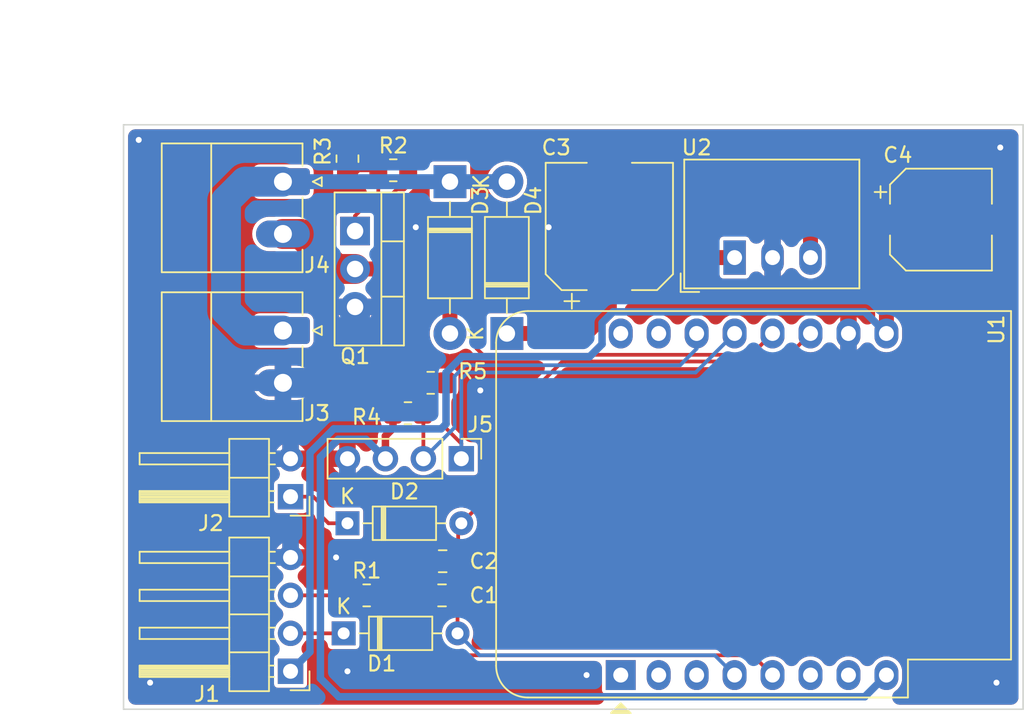
<source format=kicad_pcb>
(kicad_pcb (version 20171130) (host pcbnew "(5.1.9)-1")

  (general
    (thickness 1.6)
    (drawings 6)
    (tracks 159)
    (zones 0)
    (modules 21)
    (nets 24)
  )

  (page A4)
  (layers
    (0 F.Cu signal)
    (31 B.Cu signal)
    (32 B.Adhes user)
    (33 F.Adhes user)
    (34 B.Paste user)
    (35 F.Paste user)
    (36 B.SilkS user)
    (37 F.SilkS user)
    (38 B.Mask user)
    (39 F.Mask user)
    (40 Dwgs.User user)
    (41 Cmts.User user)
    (42 Eco1.User user)
    (43 Eco2.User user)
    (44 Edge.Cuts user)
    (45 Margin user)
    (46 B.CrtYd user)
    (47 F.CrtYd user)
    (48 B.Fab user)
    (49 F.Fab user)
  )

  (setup
    (last_trace_width 0.25)
    (user_trace_width 0.5)
    (user_trace_width 1)
    (user_trace_width 2)
    (trace_clearance 0.2)
    (zone_clearance 0.254)
    (zone_45_only no)
    (trace_min 0.2)
    (via_size 0.8)
    (via_drill 0.4)
    (via_min_size 0.4)
    (via_min_drill 0.3)
    (user_via 0.7 0.35)
    (user_via 1 0.6)
    (user_via 2 1)
    (uvia_size 0.3)
    (uvia_drill 0.1)
    (uvias_allowed no)
    (uvia_min_size 0.2)
    (uvia_min_drill 0.1)
    (edge_width 0.05)
    (segment_width 0.2)
    (pcb_text_width 0.3)
    (pcb_text_size 1.5 1.5)
    (mod_edge_width 0.12)
    (mod_text_size 1 1)
    (mod_text_width 0.15)
    (pad_size 1.524 1.524)
    (pad_drill 0.762)
    (pad_to_mask_clearance 0)
    (aux_axis_origin 0 0)
    (visible_elements 7FFFFFFF)
    (pcbplotparams
      (layerselection 0x010fc_ffffffff)
      (usegerberextensions true)
      (usegerberattributes false)
      (usegerberadvancedattributes false)
      (creategerberjobfile false)
      (excludeedgelayer true)
      (linewidth 0.100000)
      (plotframeref false)
      (viasonmask false)
      (mode 1)
      (useauxorigin false)
      (hpglpennumber 1)
      (hpglpenspeed 20)
      (hpglpendiameter 15.000000)
      (psnegative false)
      (psa4output false)
      (plotreference true)
      (plotvalue false)
      (plotinvisibletext false)
      (padsonsilk false)
      (subtractmaskfromsilk true)
      (outputformat 1)
      (mirror false)
      (drillshape 0)
      (scaleselection 1)
      (outputdirectory "gerber/"))
  )

  (net 0 "")
  (net 1 GND)
  (net 2 "Net-(C1-Pad1)")
  (net 3 "Net-(C2-Pad1)")
  (net 4 "Net-(C3-Pad1)")
  (net 5 +5V)
  (net 6 "Net-(D1-Pad1)")
  (net 7 "Net-(D2-Pad1)")
  (net 8 "Net-(D3-Pad2)")
  (net 9 "Net-(D4-Pad2)")
  (net 10 "Net-(J1-Pad3)")
  (net 11 "Net-(Q1-Pad1)")
  (net 12 "Net-(R1-Pad2)")
  (net 13 "Net-(R2-Pad2)")
  (net 14 "Net-(U1-Pad2)")
  (net 15 "Net-(U1-Pad1)")
  (net 16 "Net-(U1-Pad3)")
  (net 17 "Net-(U1-Pad6)")
  (net 18 "Net-(U1-Pad7)")
  (net 19 +3V3)
  (net 20 "Net-(U1-Pad15)")
  (net 21 "Net-(U1-Pad16)")
  (net 22 "Net-(J5-Pad2)")
  (net 23 "Net-(J5-Pad1)")

  (net_class Default "This is the default net class."
    (clearance 0.2)
    (trace_width 0.25)
    (via_dia 0.8)
    (via_drill 0.4)
    (uvia_dia 0.3)
    (uvia_drill 0.1)
    (add_net +3V3)
    (add_net +5V)
    (add_net GND)
    (add_net "Net-(C1-Pad1)")
    (add_net "Net-(C2-Pad1)")
    (add_net "Net-(C3-Pad1)")
    (add_net "Net-(D1-Pad1)")
    (add_net "Net-(D2-Pad1)")
    (add_net "Net-(D3-Pad2)")
    (add_net "Net-(D4-Pad2)")
    (add_net "Net-(J1-Pad3)")
    (add_net "Net-(J5-Pad1)")
    (add_net "Net-(J5-Pad2)")
    (add_net "Net-(Q1-Pad1)")
    (add_net "Net-(R1-Pad2)")
    (add_net "Net-(R2-Pad2)")
    (add_net "Net-(U1-Pad1)")
    (add_net "Net-(U1-Pad15)")
    (add_net "Net-(U1-Pad16)")
    (add_net "Net-(U1-Pad2)")
    (add_net "Net-(U1-Pad3)")
    (add_net "Net-(U1-Pad6)")
    (add_net "Net-(U1-Pad7)")
  )

  (module Connector_PinHeader_2.54mm:PinHeader_1x04_P2.54mm_Vertical (layer F.Cu) (tedit 59FED5CC) (tstamp 61D33A9B)
    (at 131.064 82.296 270)
    (descr "Through hole straight pin header, 1x04, 2.54mm pitch, single row")
    (tags "Through hole pin header THT 1x04 2.54mm single row")
    (path /61E12B85)
    (fp_text reference J5 (at -2.286 -1.27 180) (layer F.SilkS)
      (effects (font (size 1 1) (thickness 0.15)))
    )
    (fp_text value I2C (at 0 9.95 90) (layer F.Fab)
      (effects (font (size 1 1) (thickness 0.15)))
    )
    (fp_line (start 1.8 -1.8) (end -1.8 -1.8) (layer F.CrtYd) (width 0.05))
    (fp_line (start 1.8 9.4) (end 1.8 -1.8) (layer F.CrtYd) (width 0.05))
    (fp_line (start -1.8 9.4) (end 1.8 9.4) (layer F.CrtYd) (width 0.05))
    (fp_line (start -1.8 -1.8) (end -1.8 9.4) (layer F.CrtYd) (width 0.05))
    (fp_line (start -1.33 -1.33) (end 0 -1.33) (layer F.SilkS) (width 0.12))
    (fp_line (start -1.33 0) (end -1.33 -1.33) (layer F.SilkS) (width 0.12))
    (fp_line (start -1.33 1.27) (end 1.33 1.27) (layer F.SilkS) (width 0.12))
    (fp_line (start 1.33 1.27) (end 1.33 8.95) (layer F.SilkS) (width 0.12))
    (fp_line (start -1.33 1.27) (end -1.33 8.95) (layer F.SilkS) (width 0.12))
    (fp_line (start -1.33 8.95) (end 1.33 8.95) (layer F.SilkS) (width 0.12))
    (fp_line (start -1.27 -0.635) (end -0.635 -1.27) (layer F.Fab) (width 0.1))
    (fp_line (start -1.27 8.89) (end -1.27 -0.635) (layer F.Fab) (width 0.1))
    (fp_line (start 1.27 8.89) (end -1.27 8.89) (layer F.Fab) (width 0.1))
    (fp_line (start 1.27 -1.27) (end 1.27 8.89) (layer F.Fab) (width 0.1))
    (fp_line (start -0.635 -1.27) (end 1.27 -1.27) (layer F.Fab) (width 0.1))
    (fp_text user %R (at 0 3.81) (layer F.Fab)
      (effects (font (size 1 1) (thickness 0.15)))
    )
    (pad 4 thru_hole oval (at 0 7.62 270) (size 1.7 1.7) (drill 1) (layers *.Cu *.Mask)
      (net 1 GND))
    (pad 3 thru_hole oval (at 0 5.08 270) (size 1.7 1.7) (drill 1) (layers *.Cu *.Mask)
      (net 19 +3V3))
    (pad 2 thru_hole oval (at 0 2.54 270) (size 1.7 1.7) (drill 1) (layers *.Cu *.Mask)
      (net 22 "Net-(J5-Pad2)"))
    (pad 1 thru_hole rect (at 0 0 270) (size 1.7 1.7) (drill 1) (layers *.Cu *.Mask)
      (net 23 "Net-(J5-Pad1)"))
    (model ${KISYS3DMOD}/Connector_PinHeader_2.54mm.3dshapes/PinHeader_1x04_P2.54mm_Vertical.wrl
      (at (xyz 0 0 0))
      (scale (xyz 1 1 1))
      (rotate (xyz 0 0 0))
    )
  )

  (module Resistor_SMD:R_0805_2012Metric_Pad1.20x1.40mm_HandSolder (layer F.Cu) (tedit 5F68FEEE) (tstamp 61D32ADB)
    (at 129.016 77.216 180)
    (descr "Resistor SMD 0805 (2012 Metric), square (rectangular) end terminal, IPC_7351 nominal with elongated pad for handsoldering. (Body size source: IPC-SM-782 page 72, https://www.pcb-3d.com/wordpress/wp-content/uploads/ipc-sm-782a_amendment_1_and_2.pdf), generated with kicad-footprint-generator")
    (tags "resistor handsolder")
    (path /61E1955B)
    (attr smd)
    (fp_text reference R5 (at -2.81 0.762) (layer F.SilkS)
      (effects (font (size 1 1) (thickness 0.15)))
    )
    (fp_text value 4k7 (at 0 1.65) (layer F.Fab)
      (effects (font (size 1 1) (thickness 0.15)))
    )
    (fp_line (start 1.85 0.95) (end -1.85 0.95) (layer F.CrtYd) (width 0.05))
    (fp_line (start 1.85 -0.95) (end 1.85 0.95) (layer F.CrtYd) (width 0.05))
    (fp_line (start -1.85 -0.95) (end 1.85 -0.95) (layer F.CrtYd) (width 0.05))
    (fp_line (start -1.85 0.95) (end -1.85 -0.95) (layer F.CrtYd) (width 0.05))
    (fp_line (start -0.227064 0.735) (end 0.227064 0.735) (layer F.SilkS) (width 0.12))
    (fp_line (start -0.227064 -0.735) (end 0.227064 -0.735) (layer F.SilkS) (width 0.12))
    (fp_line (start 1 0.625) (end -1 0.625) (layer F.Fab) (width 0.1))
    (fp_line (start 1 -0.625) (end 1 0.625) (layer F.Fab) (width 0.1))
    (fp_line (start -1 -0.625) (end 1 -0.625) (layer F.Fab) (width 0.1))
    (fp_line (start -1 0.625) (end -1 -0.625) (layer F.Fab) (width 0.1))
    (fp_text user %R (at 0 0) (layer F.Fab)
      (effects (font (size 0.5 0.5) (thickness 0.08)))
    )
    (pad 2 smd roundrect (at 1 0 180) (size 1.2 1.4) (layers F.Cu F.Paste F.Mask) (roundrect_rratio 0.2083325)
      (net 19 +3V3))
    (pad 1 smd roundrect (at -1 0 180) (size 1.2 1.4) (layers F.Cu F.Paste F.Mask) (roundrect_rratio 0.2083325)
      (net 23 "Net-(J5-Pad1)"))
    (model ${KISYS3DMOD}/Resistor_SMD.3dshapes/R_0805_2012Metric.wrl
      (at (xyz 0 0 0))
      (scale (xyz 1 1 1))
      (rotate (xyz 0 0 0))
    )
  )

  (module Resistor_SMD:R_0805_2012Metric_Pad1.20x1.40mm_HandSolder (layer F.Cu) (tedit 5F68FEEE) (tstamp 61D32ACA)
    (at 127.492 79.248 180)
    (descr "Resistor SMD 0805 (2012 Metric), square (rectangular) end terminal, IPC_7351 nominal with elongated pad for handsoldering. (Body size source: IPC-SM-782 page 72, https://www.pcb-3d.com/wordpress/wp-content/uploads/ipc-sm-782a_amendment_1_and_2.pdf), generated with kicad-footprint-generator")
    (tags "resistor handsolder")
    (path /61E189A2)
    (attr smd)
    (fp_text reference R4 (at 2.778 -0.254) (layer F.SilkS)
      (effects (font (size 1 1) (thickness 0.15)))
    )
    (fp_text value 4k7 (at 0 1.65) (layer F.Fab)
      (effects (font (size 1 1) (thickness 0.15)))
    )
    (fp_line (start 1.85 0.95) (end -1.85 0.95) (layer F.CrtYd) (width 0.05))
    (fp_line (start 1.85 -0.95) (end 1.85 0.95) (layer F.CrtYd) (width 0.05))
    (fp_line (start -1.85 -0.95) (end 1.85 -0.95) (layer F.CrtYd) (width 0.05))
    (fp_line (start -1.85 0.95) (end -1.85 -0.95) (layer F.CrtYd) (width 0.05))
    (fp_line (start -0.227064 0.735) (end 0.227064 0.735) (layer F.SilkS) (width 0.12))
    (fp_line (start -0.227064 -0.735) (end 0.227064 -0.735) (layer F.SilkS) (width 0.12))
    (fp_line (start 1 0.625) (end -1 0.625) (layer F.Fab) (width 0.1))
    (fp_line (start 1 -0.625) (end 1 0.625) (layer F.Fab) (width 0.1))
    (fp_line (start -1 -0.625) (end 1 -0.625) (layer F.Fab) (width 0.1))
    (fp_line (start -1 0.625) (end -1 -0.625) (layer F.Fab) (width 0.1))
    (fp_text user %R (at 0 0) (layer F.Fab)
      (effects (font (size 0.5 0.5) (thickness 0.08)))
    )
    (pad 2 smd roundrect (at 1 0 180) (size 1.2 1.4) (layers F.Cu F.Paste F.Mask) (roundrect_rratio 0.2083325)
      (net 19 +3V3))
    (pad 1 smd roundrect (at -1 0 180) (size 1.2 1.4) (layers F.Cu F.Paste F.Mask) (roundrect_rratio 0.2083325)
      (net 22 "Net-(J5-Pad2)"))
    (model ${KISYS3DMOD}/Resistor_SMD.3dshapes/R_0805_2012Metric.wrl
      (at (xyz 0 0 0))
      (scale (xyz 1 1 1))
      (rotate (xyz 0 0 0))
    )
  )

  (module Module:WEMOS_D1_mini_light (layer F.Cu) (tedit 5BBFB1CE) (tstamp 61D2AE4B)
    (at 141.732 96.774 90)
    (descr "16-pin module, column spacing 22.86 mm (900 mils), https://wiki.wemos.cc/products:d1:d1_mini, https://c1.staticflickr.com/1/734/31400410271_f278b087db_z.jpg")
    (tags "ESP8266 WiFi microcontroller")
    (path /61D21889)
    (fp_text reference U1 (at 23.114 25.146 90) (layer F.SilkS)
      (effects (font (size 1 1) (thickness 0.15)))
    )
    (fp_text value WeMos_D1_mini (at 11.7 0 90) (layer F.Fab)
      (effects (font (size 1 1) (thickness 0.15)))
    )
    (fp_line (start 1.04 19.22) (end 1.04 26.12) (layer F.SilkS) (width 0.12))
    (fp_line (start -1.5 19.22) (end 1.04 19.22) (layer F.SilkS) (width 0.12))
    (fp_line (start -0.37 0) (end -1.37 -1) (layer F.Fab) (width 0.1))
    (fp_line (start -1.37 1) (end -0.37 0) (layer F.Fab) (width 0.1))
    (fp_line (start -1.37 -6.21) (end -1.37 -1) (layer F.Fab) (width 0.1))
    (fp_line (start 1.17 19.09) (end 1.17 25.99) (layer F.Fab) (width 0.1))
    (fp_line (start -1.37 19.09) (end 1.17 19.09) (layer F.Fab) (width 0.1))
    (fp_line (start -1.35 -7.4) (end -0.55 -8.2) (layer Dwgs.User) (width 0.1))
    (fp_line (start -1.3 -5.45) (end 1.45 -8.2) (layer Dwgs.User) (width 0.1))
    (fp_line (start -1.35 -3.4) (end 3.45 -8.2) (layer Dwgs.User) (width 0.1))
    (fp_line (start 22.65 -1.4) (end 24.25 -3) (layer Dwgs.User) (width 0.1))
    (fp_line (start 20.65 -1.4) (end 24.25 -5) (layer Dwgs.User) (width 0.1))
    (fp_line (start 18.65 -1.4) (end 24.25 -7) (layer Dwgs.User) (width 0.1))
    (fp_line (start 16.65 -1.4) (end 23.45 -8.2) (layer Dwgs.User) (width 0.1))
    (fp_line (start 14.65 -1.4) (end 21.45 -8.2) (layer Dwgs.User) (width 0.1))
    (fp_line (start 12.65 -1.4) (end 19.45 -8.2) (layer Dwgs.User) (width 0.1))
    (fp_line (start 10.65 -1.4) (end 17.45 -8.2) (layer Dwgs.User) (width 0.1))
    (fp_line (start 8.65 -1.4) (end 15.45 -8.2) (layer Dwgs.User) (width 0.1))
    (fp_line (start 6.65 -1.4) (end 13.45 -8.2) (layer Dwgs.User) (width 0.1))
    (fp_line (start 4.65 -1.4) (end 11.45 -8.2) (layer Dwgs.User) (width 0.1))
    (fp_line (start 2.65 -1.4) (end 9.45 -8.2) (layer Dwgs.User) (width 0.1))
    (fp_line (start 0.65 -1.4) (end 7.45 -8.2) (layer Dwgs.User) (width 0.1))
    (fp_line (start -1.35 -1.4) (end 5.45 -8.2) (layer Dwgs.User) (width 0.1))
    (fp_line (start -1.35 -8.2) (end -1.35 -1.4) (layer Dwgs.User) (width 0.1))
    (fp_line (start 24.25 -8.2) (end -1.35 -8.2) (layer Dwgs.User) (width 0.1))
    (fp_line (start 24.25 -1.4) (end 24.25 -8.2) (layer Dwgs.User) (width 0.1))
    (fp_line (start -1.35 -1.4) (end 24.25 -1.4) (layer Dwgs.User) (width 0.1))
    (fp_poly (pts (xy -2.54 -0.635) (xy -2.54 0.635) (xy -1.905 0)) (layer F.SilkS) (width 0.15))
    (fp_line (start -1.62 26.24) (end -1.62 -8.46) (layer F.CrtYd) (width 0.05))
    (fp_line (start 24.48 26.24) (end -1.62 26.24) (layer F.CrtYd) (width 0.05))
    (fp_line (start 24.48 -8.41) (end 24.48 26.24) (layer F.CrtYd) (width 0.05))
    (fp_line (start -1.62 -8.46) (end 24.48 -8.46) (layer F.CrtYd) (width 0.05))
    (fp_line (start -1.37 1) (end -1.37 19.09) (layer F.Fab) (width 0.1))
    (fp_line (start 22.23 -8.21) (end 0.63 -8.21) (layer F.Fab) (width 0.1))
    (fp_line (start 24.23 25.99) (end 24.23 -6.21) (layer F.Fab) (width 0.1))
    (fp_line (start 1.17 25.99) (end 24.23 25.99) (layer F.Fab) (width 0.1))
    (fp_line (start 22.24 -8.34) (end 0.63 -8.34) (layer F.SilkS) (width 0.12))
    (fp_line (start 24.36 26.12) (end 24.36 -6.21) (layer F.SilkS) (width 0.12))
    (fp_line (start -1.5 19.22) (end -1.5 -6.21) (layer F.SilkS) (width 0.12))
    (fp_line (start 1.04 26.12) (end 24.36 26.12) (layer F.SilkS) (width 0.12))
    (fp_text user %R (at 11.43 10 90) (layer F.Fab)
      (effects (font (size 1 1) (thickness 0.15)))
    )
    (fp_arc (start 0.63 -6.21) (end 0.63 -8.21) (angle -90) (layer F.Fab) (width 0.1))
    (fp_arc (start 22.23 -6.21) (end 24.23 -6.19) (angle -90) (layer F.Fab) (width 0.1))
    (fp_arc (start 0.63 -6.21) (end 0.63 -8.34) (angle -90) (layer F.SilkS) (width 0.12))
    (fp_arc (start 22.23 -6.21) (end 24.36 -6.21) (angle -90) (layer F.SilkS) (width 0.12))
    (fp_text user "KEEP OUT" (at 11.43 -6.35 90) (layer Cmts.User)
      (effects (font (size 1 1) (thickness 0.15)))
    )
    (fp_text user "No copper" (at 11.43 -3.81 90) (layer Cmts.User)
      (effects (font (size 1 1) (thickness 0.15)))
    )
    (pad 2 thru_hole oval (at 0 2.54 90) (size 2 1.6) (drill 1) (layers *.Cu *.Mask)
      (net 14 "Net-(U1-Pad2)"))
    (pad 1 thru_hole rect (at 0 0 90) (size 2 2) (drill 1) (layers *.Cu *.Mask)
      (net 15 "Net-(U1-Pad1)"))
    (pad 3 thru_hole oval (at 0 5.08 90) (size 2 1.6) (drill 1) (layers *.Cu *.Mask)
      (net 16 "Net-(U1-Pad3)"))
    (pad 4 thru_hole oval (at 0 7.62 90) (size 2 1.6) (drill 1) (layers *.Cu *.Mask)
      (net 2 "Net-(C1-Pad1)"))
    (pad 5 thru_hole oval (at 0 10.16 90) (size 2 1.6) (drill 1) (layers *.Cu *.Mask)
      (net 12 "Net-(R1-Pad2)"))
    (pad 6 thru_hole oval (at 0 12.7 90) (size 2 1.6) (drill 1) (layers *.Cu *.Mask)
      (net 17 "Net-(U1-Pad6)"))
    (pad 7 thru_hole oval (at 0 15.24 90) (size 2 1.6) (drill 1) (layers *.Cu *.Mask)
      (net 18 "Net-(U1-Pad7)"))
    (pad 8 thru_hole oval (at 0 17.78 90) (size 2 1.6) (drill 1) (layers *.Cu *.Mask)
      (net 19 +3V3))
    (pad 9 thru_hole oval (at 22.86 17.78 90) (size 2 1.6) (drill 1) (layers *.Cu *.Mask)
      (net 5 +5V))
    (pad 10 thru_hole oval (at 22.86 15.24 90) (size 2 1.6) (drill 1) (layers *.Cu *.Mask)
      (net 1 GND))
    (pad 11 thru_hole oval (at 22.86 12.7 90) (size 2 1.6) (drill 1) (layers *.Cu *.Mask)
      (net 3 "Net-(C2-Pad1)"))
    (pad 12 thru_hole oval (at 22.86 10.16 90) (size 2 1.6) (drill 1) (layers *.Cu *.Mask)
      (net 13 "Net-(R2-Pad2)"))
    (pad 13 thru_hole oval (at 22.86 7.62 90) (size 2 1.6) (drill 1) (layers *.Cu *.Mask)
      (net 23 "Net-(J5-Pad1)"))
    (pad 14 thru_hole oval (at 22.86 5.08 90) (size 2 1.6) (drill 1) (layers *.Cu *.Mask)
      (net 22 "Net-(J5-Pad2)"))
    (pad 15 thru_hole oval (at 22.86 2.54 90) (size 2 1.6) (drill 1) (layers *.Cu *.Mask)
      (net 20 "Net-(U1-Pad15)"))
    (pad 16 thru_hole oval (at 22.86 0 90) (size 2 1.6) (drill 1) (layers *.Cu *.Mask)
      (net 21 "Net-(U1-Pad16)"))
    (model ${KISYS3DMOD}/Module.3dshapes/WEMOS_D1_mini_light.wrl
      (at (xyz 0 0 0))
      (scale (xyz 1 1 1))
      (rotate (xyz 0 0 0))
    )
    (model ${KISYS3DMOD}/Connector_PinHeader_2.54mm.3dshapes/PinHeader_1x08_P2.54mm_Vertical.wrl
      (offset (xyz 0 0 9.5))
      (scale (xyz 1 1 1))
      (rotate (xyz 0 -180 0))
    )
    (model ${KISYS3DMOD}/Connector_PinHeader_2.54mm.3dshapes/PinHeader_1x08_P2.54mm_Vertical.wrl
      (offset (xyz 22.86 0 9.5))
      (scale (xyz 1 1 1))
      (rotate (xyz 0 -180 0))
    )
    (model ${KISYS3DMOD}/Connector_PinSocket_2.54mm.3dshapes/PinSocket_1x08_P2.54mm_Vertical.wrl
      (at (xyz 0 0 0))
      (scale (xyz 1 1 1))
      (rotate (xyz 0 0 0))
    )
    (model ${KISYS3DMOD}/Connector_PinSocket_2.54mm.3dshapes/PinSocket_1x08_P2.54mm_Vertical.wrl
      (offset (xyz 22.86 0 0))
      (scale (xyz 1 1 1))
      (rotate (xyz 0 0 0))
    )
  )

  (module Capacitor_SMD:CP_Elec_6.3x7.7 (layer F.Cu) (tedit 5BCA39D0) (tstamp 61D2C172)
    (at 163.162 66.294)
    (descr "SMD capacitor, aluminum electrolytic, Nichicon, 6.3x7.7mm")
    (tags "capacitor electrolytic")
    (path /61D39810)
    (attr smd)
    (fp_text reference C4 (at -2.888 -4.318) (layer F.SilkS)
      (effects (font (size 1 1) (thickness 0.15)))
    )
    (fp_text value 100µ (at 0 4.35) (layer F.Fab)
      (effects (font (size 1 1) (thickness 0.15)))
    )
    (fp_line (start -4.7 1.05) (end -3.55 1.05) (layer F.CrtYd) (width 0.05))
    (fp_line (start -4.7 -1.05) (end -4.7 1.05) (layer F.CrtYd) (width 0.05))
    (fp_line (start -3.55 -1.05) (end -4.7 -1.05) (layer F.CrtYd) (width 0.05))
    (fp_line (start -3.55 1.05) (end -3.55 2.4) (layer F.CrtYd) (width 0.05))
    (fp_line (start -3.55 -2.4) (end -3.55 -1.05) (layer F.CrtYd) (width 0.05))
    (fp_line (start -3.55 -2.4) (end -2.4 -3.55) (layer F.CrtYd) (width 0.05))
    (fp_line (start -3.55 2.4) (end -2.4 3.55) (layer F.CrtYd) (width 0.05))
    (fp_line (start -2.4 -3.55) (end 3.55 -3.55) (layer F.CrtYd) (width 0.05))
    (fp_line (start -2.4 3.55) (end 3.55 3.55) (layer F.CrtYd) (width 0.05))
    (fp_line (start 3.55 1.05) (end 3.55 3.55) (layer F.CrtYd) (width 0.05))
    (fp_line (start 4.7 1.05) (end 3.55 1.05) (layer F.CrtYd) (width 0.05))
    (fp_line (start 4.7 -1.05) (end 4.7 1.05) (layer F.CrtYd) (width 0.05))
    (fp_line (start 3.55 -1.05) (end 4.7 -1.05) (layer F.CrtYd) (width 0.05))
    (fp_line (start 3.55 -3.55) (end 3.55 -1.05) (layer F.CrtYd) (width 0.05))
    (fp_line (start -4.04375 -2.24125) (end -4.04375 -1.45375) (layer F.SilkS) (width 0.12))
    (fp_line (start -4.4375 -1.8475) (end -3.65 -1.8475) (layer F.SilkS) (width 0.12))
    (fp_line (start -3.41 2.345563) (end -2.345563 3.41) (layer F.SilkS) (width 0.12))
    (fp_line (start -3.41 -2.345563) (end -2.345563 -3.41) (layer F.SilkS) (width 0.12))
    (fp_line (start -3.41 -2.345563) (end -3.41 -1.06) (layer F.SilkS) (width 0.12))
    (fp_line (start -3.41 2.345563) (end -3.41 1.06) (layer F.SilkS) (width 0.12))
    (fp_line (start -2.345563 3.41) (end 3.41 3.41) (layer F.SilkS) (width 0.12))
    (fp_line (start -2.345563 -3.41) (end 3.41 -3.41) (layer F.SilkS) (width 0.12))
    (fp_line (start 3.41 -3.41) (end 3.41 -1.06) (layer F.SilkS) (width 0.12))
    (fp_line (start 3.41 3.41) (end 3.41 1.06) (layer F.SilkS) (width 0.12))
    (fp_line (start -2.389838 -1.645) (end -2.389838 -1.015) (layer F.Fab) (width 0.1))
    (fp_line (start -2.704838 -1.33) (end -2.074838 -1.33) (layer F.Fab) (width 0.1))
    (fp_line (start -3.3 2.3) (end -2.3 3.3) (layer F.Fab) (width 0.1))
    (fp_line (start -3.3 -2.3) (end -2.3 -3.3) (layer F.Fab) (width 0.1))
    (fp_line (start -3.3 -2.3) (end -3.3 2.3) (layer F.Fab) (width 0.1))
    (fp_line (start -2.3 3.3) (end 3.3 3.3) (layer F.Fab) (width 0.1))
    (fp_line (start -2.3 -3.3) (end 3.3 -3.3) (layer F.Fab) (width 0.1))
    (fp_line (start 3.3 -3.3) (end 3.3 3.3) (layer F.Fab) (width 0.1))
    (fp_circle (center 0 0) (end 3.15 0) (layer F.Fab) (width 0.1))
    (fp_text user %R (at 0 0) (layer F.Fab)
      (effects (font (size 1 1) (thickness 0.15)))
    )
    (pad 1 smd roundrect (at -2.7 0) (size 3.5 1.6) (layers F.Cu F.Paste F.Mask) (roundrect_rratio 0.15625)
      (net 5 +5V))
    (pad 2 smd roundrect (at 2.7 0) (size 3.5 1.6) (layers F.Cu F.Paste F.Mask) (roundrect_rratio 0.15625)
      (net 1 GND))
    (model ${KISYS3DMOD}/Capacitor_SMD.3dshapes/CP_Elec_6.3x7.7.wrl
      (at (xyz 0 0 0))
      (scale (xyz 1 1 1))
      (rotate (xyz 0 0 0))
    )
  )

  (module Package_TO_SOT_THT:TO-220-3_Vertical (layer F.Cu) (tedit 5AC8BA0D) (tstamp 61D30835)
    (at 123.952 67.056 270)
    (descr "TO-220-3, Vertical, RM 2.54mm, see https://www.vishay.com/docs/66542/to-220-1.pdf")
    (tags "TO-220-3 Vertical RM 2.54mm")
    (path /61D22C04)
    (fp_text reference Q1 (at 8.382 0 180) (layer F.SilkS)
      (effects (font (size 1 1) (thickness 0.15)))
    )
    (fp_text value IRLZ44N (at 2.54 2.5 90) (layer F.Fab)
      (effects (font (size 1 1) (thickness 0.15)))
    )
    (fp_line (start 7.79 -3.4) (end -2.71 -3.4) (layer F.CrtYd) (width 0.05))
    (fp_line (start 7.79 1.51) (end 7.79 -3.4) (layer F.CrtYd) (width 0.05))
    (fp_line (start -2.71 1.51) (end 7.79 1.51) (layer F.CrtYd) (width 0.05))
    (fp_line (start -2.71 -3.4) (end -2.71 1.51) (layer F.CrtYd) (width 0.05))
    (fp_line (start 4.391 -3.27) (end 4.391 -1.76) (layer F.SilkS) (width 0.12))
    (fp_line (start 0.69 -3.27) (end 0.69 -1.76) (layer F.SilkS) (width 0.12))
    (fp_line (start -2.58 -1.76) (end 7.66 -1.76) (layer F.SilkS) (width 0.12))
    (fp_line (start 7.66 -3.27) (end 7.66 1.371) (layer F.SilkS) (width 0.12))
    (fp_line (start -2.58 -3.27) (end -2.58 1.371) (layer F.SilkS) (width 0.12))
    (fp_line (start -2.58 1.371) (end 7.66 1.371) (layer F.SilkS) (width 0.12))
    (fp_line (start -2.58 -3.27) (end 7.66 -3.27) (layer F.SilkS) (width 0.12))
    (fp_line (start 4.39 -3.15) (end 4.39 -1.88) (layer F.Fab) (width 0.1))
    (fp_line (start 0.69 -3.15) (end 0.69 -1.88) (layer F.Fab) (width 0.1))
    (fp_line (start -2.46 -1.88) (end 7.54 -1.88) (layer F.Fab) (width 0.1))
    (fp_line (start 7.54 -3.15) (end -2.46 -3.15) (layer F.Fab) (width 0.1))
    (fp_line (start 7.54 1.25) (end 7.54 -3.15) (layer F.Fab) (width 0.1))
    (fp_line (start -2.46 1.25) (end 7.54 1.25) (layer F.Fab) (width 0.1))
    (fp_line (start -2.46 -3.15) (end -2.46 1.25) (layer F.Fab) (width 0.1))
    (fp_text user %R (at 2.54 -4.27 90) (layer F.Fab)
      (effects (font (size 1 1) (thickness 0.15)))
    )
    (pad 3 thru_hole oval (at 5.08 0 270) (size 1.905 2) (drill 1.1) (layers *.Cu *.Mask)
      (net 1 GND))
    (pad 2 thru_hole oval (at 2.54 0 270) (size 1.905 2) (drill 1.1) (layers *.Cu *.Mask)
      (net 9 "Net-(D4-Pad2)"))
    (pad 1 thru_hole rect (at 0 0 270) (size 1.905 2) (drill 1.1) (layers *.Cu *.Mask)
      (net 11 "Net-(Q1-Pad1)"))
    (model ${KISYS3DMOD}/Package_TO_SOT_THT.3dshapes/TO-220-3_Vertical.wrl
      (at (xyz 0 0 0))
      (scale (xyz 1 1 1))
      (rotate (xyz 0 0 0))
    )
  )

  (module Capacitor_SMD:CP_Elec_8x10 (layer F.Cu) (tedit 5BCA39D0) (tstamp 61D30B07)
    (at 140.97 66.75 90)
    (descr "SMD capacitor, aluminum electrolytic, Nichicon, 8.0x10mm")
    (tags "capacitor electrolytic")
    (path /61D3892A)
    (attr smd)
    (fp_text reference C3 (at 5.282 -3.556) (layer F.SilkS)
      (effects (font (size 1 1) (thickness 0.15)))
    )
    (fp_text value 470µF (at 0 5.2 90) (layer F.Fab)
      (effects (font (size 1 1) (thickness 0.15)))
    )
    (fp_line (start -5.25 1.5) (end -4.4 1.5) (layer F.CrtYd) (width 0.05))
    (fp_line (start -5.25 -1.5) (end -5.25 1.5) (layer F.CrtYd) (width 0.05))
    (fp_line (start -4.4 -1.5) (end -5.25 -1.5) (layer F.CrtYd) (width 0.05))
    (fp_line (start -4.4 1.5) (end -4.4 3.25) (layer F.CrtYd) (width 0.05))
    (fp_line (start -4.4 -3.25) (end -4.4 -1.5) (layer F.CrtYd) (width 0.05))
    (fp_line (start -4.4 -3.25) (end -3.25 -4.4) (layer F.CrtYd) (width 0.05))
    (fp_line (start -4.4 3.25) (end -3.25 4.4) (layer F.CrtYd) (width 0.05))
    (fp_line (start -3.25 -4.4) (end 4.4 -4.4) (layer F.CrtYd) (width 0.05))
    (fp_line (start -3.25 4.4) (end 4.4 4.4) (layer F.CrtYd) (width 0.05))
    (fp_line (start 4.4 1.5) (end 4.4 4.4) (layer F.CrtYd) (width 0.05))
    (fp_line (start 5.25 1.5) (end 4.4 1.5) (layer F.CrtYd) (width 0.05))
    (fp_line (start 5.25 -1.5) (end 5.25 1.5) (layer F.CrtYd) (width 0.05))
    (fp_line (start 4.4 -1.5) (end 5.25 -1.5) (layer F.CrtYd) (width 0.05))
    (fp_line (start 4.4 -4.4) (end 4.4 -1.5) (layer F.CrtYd) (width 0.05))
    (fp_line (start -5 -3.01) (end -5 -2.01) (layer F.SilkS) (width 0.12))
    (fp_line (start -5.5 -2.51) (end -4.5 -2.51) (layer F.SilkS) (width 0.12))
    (fp_line (start -4.26 3.195563) (end -3.195563 4.26) (layer F.SilkS) (width 0.12))
    (fp_line (start -4.26 -3.195563) (end -3.195563 -4.26) (layer F.SilkS) (width 0.12))
    (fp_line (start -4.26 -3.195563) (end -4.26 -1.51) (layer F.SilkS) (width 0.12))
    (fp_line (start -4.26 3.195563) (end -4.26 1.51) (layer F.SilkS) (width 0.12))
    (fp_line (start -3.195563 4.26) (end 4.26 4.26) (layer F.SilkS) (width 0.12))
    (fp_line (start -3.195563 -4.26) (end 4.26 -4.26) (layer F.SilkS) (width 0.12))
    (fp_line (start 4.26 -4.26) (end 4.26 -1.51) (layer F.SilkS) (width 0.12))
    (fp_line (start 4.26 4.26) (end 4.26 1.51) (layer F.SilkS) (width 0.12))
    (fp_line (start -3.162278 -1.9) (end -3.162278 -1.1) (layer F.Fab) (width 0.1))
    (fp_line (start -3.562278 -1.5) (end -2.762278 -1.5) (layer F.Fab) (width 0.1))
    (fp_line (start -4.15 3.15) (end -3.15 4.15) (layer F.Fab) (width 0.1))
    (fp_line (start -4.15 -3.15) (end -3.15 -4.15) (layer F.Fab) (width 0.1))
    (fp_line (start -4.15 -3.15) (end -4.15 3.15) (layer F.Fab) (width 0.1))
    (fp_line (start -3.15 4.15) (end 4.15 4.15) (layer F.Fab) (width 0.1))
    (fp_line (start -3.15 -4.15) (end 4.15 -4.15) (layer F.Fab) (width 0.1))
    (fp_line (start 4.15 -4.15) (end 4.15 4.15) (layer F.Fab) (width 0.1))
    (fp_circle (center 0 0) (end 4 0) (layer F.Fab) (width 0.1))
    (fp_text user %R (at 0 0 90) (layer F.Fab)
      (effects (font (size 1 1) (thickness 0.15)))
    )
    (pad 1 smd roundrect (at -3.25 0 90) (size 3.5 2.5) (layers F.Cu F.Paste F.Mask) (roundrect_rratio 0.1)
      (net 4 "Net-(C3-Pad1)"))
    (pad 2 smd roundrect (at 3.25 0 90) (size 3.5 2.5) (layers F.Cu F.Paste F.Mask) (roundrect_rratio 0.1)
      (net 1 GND))
    (model ${KISYS3DMOD}/Capacitor_SMD.3dshapes/CP_Elec_8x10.wrl
      (at (xyz 0 0 0))
      (scale (xyz 1 1 1))
      (rotate (xyz 0 0 0))
    )
  )

  (module Capacitor_SMD:C_0805_2012Metric_Pad1.18x1.45mm_HandSolder (layer F.Cu) (tedit 5F68FEEF) (tstamp 61D288E5)
    (at 129.7725 91.44 180)
    (descr "Capacitor SMD 0805 (2012 Metric), square (rectangular) end terminal, IPC_7351 nominal with elongated pad for handsoldering. (Body size source: IPC-SM-782 page 76, https://www.pcb-3d.com/wordpress/wp-content/uploads/ipc-sm-782a_amendment_1_and_2.pdf, https://docs.google.com/spreadsheets/d/1BsfQQcO9C6DZCsRaXUlFlo91Tg2WpOkGARC1WS5S8t0/edit?usp=sharing), generated with kicad-footprint-generator")
    (tags "capacitor handsolder")
    (path /61D2F740)
    (attr smd)
    (fp_text reference C1 (at -2.8155 0) (layer F.SilkS)
      (effects (font (size 1 1) (thickness 0.15)))
    )
    (fp_text value 10n (at 0 1.68) (layer F.Fab)
      (effects (font (size 1 1) (thickness 0.15)))
    )
    (fp_line (start -1 0.625) (end -1 -0.625) (layer F.Fab) (width 0.1))
    (fp_line (start -1 -0.625) (end 1 -0.625) (layer F.Fab) (width 0.1))
    (fp_line (start 1 -0.625) (end 1 0.625) (layer F.Fab) (width 0.1))
    (fp_line (start 1 0.625) (end -1 0.625) (layer F.Fab) (width 0.1))
    (fp_line (start -0.261252 -0.735) (end 0.261252 -0.735) (layer F.SilkS) (width 0.12))
    (fp_line (start -0.261252 0.735) (end 0.261252 0.735) (layer F.SilkS) (width 0.12))
    (fp_line (start -1.88 0.98) (end -1.88 -0.98) (layer F.CrtYd) (width 0.05))
    (fp_line (start -1.88 -0.98) (end 1.88 -0.98) (layer F.CrtYd) (width 0.05))
    (fp_line (start 1.88 -0.98) (end 1.88 0.98) (layer F.CrtYd) (width 0.05))
    (fp_line (start 1.88 0.98) (end -1.88 0.98) (layer F.CrtYd) (width 0.05))
    (fp_text user %R (at 0 0) (layer F.Fab)
      (effects (font (size 0.5 0.5) (thickness 0.08)))
    )
    (pad 2 smd roundrect (at 1.0375 0 180) (size 1.175 1.45) (layers F.Cu F.Paste F.Mask) (roundrect_rratio 0.2127659574468085)
      (net 1 GND))
    (pad 1 smd roundrect (at -1.0375 0 180) (size 1.175 1.45) (layers F.Cu F.Paste F.Mask) (roundrect_rratio 0.2127659574468085)
      (net 2 "Net-(C1-Pad1)"))
    (model ${KISYS3DMOD}/Capacitor_SMD.3dshapes/C_0805_2012Metric.wrl
      (at (xyz 0 0 0))
      (scale (xyz 1 1 1))
      (rotate (xyz 0 0 0))
    )
  )

  (module Capacitor_SMD:C_0805_2012Metric_Pad1.18x1.45mm_HandSolder (layer F.Cu) (tedit 5F68FEEF) (tstamp 61D288F6)
    (at 129.8155 89.154 180)
    (descr "Capacitor SMD 0805 (2012 Metric), square (rectangular) end terminal, IPC_7351 nominal with elongated pad for handsoldering. (Body size source: IPC-SM-782 page 76, https://www.pcb-3d.com/wordpress/wp-content/uploads/ipc-sm-782a_amendment_1_and_2.pdf, https://docs.google.com/spreadsheets/d/1BsfQQcO9C6DZCsRaXUlFlo91Tg2WpOkGARC1WS5S8t0/edit?usp=sharing), generated with kicad-footprint-generator")
    (tags "capacitor handsolder")
    (path /61D32638)
    (attr smd)
    (fp_text reference C2 (at -2.7725 0) (layer F.SilkS)
      (effects (font (size 1 1) (thickness 0.15)))
    )
    (fp_text value 10n (at 0 1.68) (layer F.Fab)
      (effects (font (size 1 1) (thickness 0.15)))
    )
    (fp_line (start 1.88 0.98) (end -1.88 0.98) (layer F.CrtYd) (width 0.05))
    (fp_line (start 1.88 -0.98) (end 1.88 0.98) (layer F.CrtYd) (width 0.05))
    (fp_line (start -1.88 -0.98) (end 1.88 -0.98) (layer F.CrtYd) (width 0.05))
    (fp_line (start -1.88 0.98) (end -1.88 -0.98) (layer F.CrtYd) (width 0.05))
    (fp_line (start -0.261252 0.735) (end 0.261252 0.735) (layer F.SilkS) (width 0.12))
    (fp_line (start -0.261252 -0.735) (end 0.261252 -0.735) (layer F.SilkS) (width 0.12))
    (fp_line (start 1 0.625) (end -1 0.625) (layer F.Fab) (width 0.1))
    (fp_line (start 1 -0.625) (end 1 0.625) (layer F.Fab) (width 0.1))
    (fp_line (start -1 -0.625) (end 1 -0.625) (layer F.Fab) (width 0.1))
    (fp_line (start -1 0.625) (end -1 -0.625) (layer F.Fab) (width 0.1))
    (fp_text user %R (at 0 0) (layer F.Fab)
      (effects (font (size 0.5 0.5) (thickness 0.08)))
    )
    (pad 1 smd roundrect (at -1.0375 0 180) (size 1.175 1.45) (layers F.Cu F.Paste F.Mask) (roundrect_rratio 0.2127659574468085)
      (net 3 "Net-(C2-Pad1)"))
    (pad 2 smd roundrect (at 1.0375 0 180) (size 1.175 1.45) (layers F.Cu F.Paste F.Mask) (roundrect_rratio 0.2127659574468085)
      (net 1 GND))
    (model ${KISYS3DMOD}/Capacitor_SMD.3dshapes/C_0805_2012Metric.wrl
      (at (xyz 0 0 0))
      (scale (xyz 1 1 1))
      (rotate (xyz 0 0 0))
    )
  )

  (module Diode_THT:D_DO-35_SOD27_P7.62mm_Horizontal (layer F.Cu) (tedit 5AE50CD5) (tstamp 61D2CAF2)
    (at 123.19 93.98)
    (descr "Diode, DO-35_SOD27 series, Axial, Horizontal, pin pitch=7.62mm, , length*diameter=4*2mm^2, , http://www.diodes.com/_files/packages/DO-35.pdf")
    (tags "Diode DO-35_SOD27 series Axial Horizontal pin pitch 7.62mm  length 4mm diameter 2mm")
    (path /61D35ED1)
    (fp_text reference D1 (at 2.54 2.032) (layer F.SilkS)
      (effects (font (size 1 1) (thickness 0.15)))
    )
    (fp_text value BAT42 (at 3.81 2.12) (layer F.Fab)
      (effects (font (size 1 1) (thickness 0.15)))
    )
    (fp_line (start 1.81 -1) (end 1.81 1) (layer F.Fab) (width 0.1))
    (fp_line (start 1.81 1) (end 5.81 1) (layer F.Fab) (width 0.1))
    (fp_line (start 5.81 1) (end 5.81 -1) (layer F.Fab) (width 0.1))
    (fp_line (start 5.81 -1) (end 1.81 -1) (layer F.Fab) (width 0.1))
    (fp_line (start 0 0) (end 1.81 0) (layer F.Fab) (width 0.1))
    (fp_line (start 7.62 0) (end 5.81 0) (layer F.Fab) (width 0.1))
    (fp_line (start 2.41 -1) (end 2.41 1) (layer F.Fab) (width 0.1))
    (fp_line (start 2.51 -1) (end 2.51 1) (layer F.Fab) (width 0.1))
    (fp_line (start 2.31 -1) (end 2.31 1) (layer F.Fab) (width 0.1))
    (fp_line (start 1.69 -1.12) (end 1.69 1.12) (layer F.SilkS) (width 0.12))
    (fp_line (start 1.69 1.12) (end 5.93 1.12) (layer F.SilkS) (width 0.12))
    (fp_line (start 5.93 1.12) (end 5.93 -1.12) (layer F.SilkS) (width 0.12))
    (fp_line (start 5.93 -1.12) (end 1.69 -1.12) (layer F.SilkS) (width 0.12))
    (fp_line (start 1.04 0) (end 1.69 0) (layer F.SilkS) (width 0.12))
    (fp_line (start 6.58 0) (end 5.93 0) (layer F.SilkS) (width 0.12))
    (fp_line (start 2.41 -1.12) (end 2.41 1.12) (layer F.SilkS) (width 0.12))
    (fp_line (start 2.53 -1.12) (end 2.53 1.12) (layer F.SilkS) (width 0.12))
    (fp_line (start 2.29 -1.12) (end 2.29 1.12) (layer F.SilkS) (width 0.12))
    (fp_line (start -1.05 -1.25) (end -1.05 1.25) (layer F.CrtYd) (width 0.05))
    (fp_line (start -1.05 1.25) (end 8.67 1.25) (layer F.CrtYd) (width 0.05))
    (fp_line (start 8.67 1.25) (end 8.67 -1.25) (layer F.CrtYd) (width 0.05))
    (fp_line (start 8.67 -1.25) (end -1.05 -1.25) (layer F.CrtYd) (width 0.05))
    (fp_text user K (at 0 -1.8) (layer F.SilkS)
      (effects (font (size 1 1) (thickness 0.15)))
    )
    (fp_text user K (at 0 -1.8) (layer F.Fab)
      (effects (font (size 1 1) (thickness 0.15)))
    )
    (fp_text user %R (at 4.11 0) (layer F.Fab)
      (effects (font (size 0.8 0.8) (thickness 0.12)))
    )
    (pad 2 thru_hole oval (at 7.62 0) (size 1.6 1.6) (drill 0.8) (layers *.Cu *.Mask)
      (net 2 "Net-(C1-Pad1)"))
    (pad 1 thru_hole rect (at 0 0) (size 1.6 1.6) (drill 0.8) (layers *.Cu *.Mask)
      (net 6 "Net-(D1-Pad1)"))
    (model ${KISYS3DMOD}/Diode_THT.3dshapes/D_DO-35_SOD27_P7.62mm_Horizontal.wrl
      (at (xyz 0 0 0))
      (scale (xyz 1 1 1))
      (rotate (xyz 0 0 0))
    )
  )

  (module Diode_THT:D_DO-35_SOD27_P7.62mm_Horizontal (layer F.Cu) (tedit 5AE50CD5) (tstamp 61D28984)
    (at 123.444 86.614)
    (descr "Diode, DO-35_SOD27 series, Axial, Horizontal, pin pitch=7.62mm, , length*diameter=4*2mm^2, , http://www.diodes.com/_files/packages/DO-35.pdf")
    (tags "Diode DO-35_SOD27 series Axial Horizontal pin pitch 7.62mm  length 4mm diameter 2mm")
    (path /61D2CD57)
    (fp_text reference D2 (at 3.81 -2.12) (layer F.SilkS)
      (effects (font (size 1 1) (thickness 0.15)))
    )
    (fp_text value BAT42 (at 3.81 2.12) (layer F.Fab)
      (effects (font (size 1 1) (thickness 0.15)))
    )
    (fp_line (start 8.67 -1.25) (end -1.05 -1.25) (layer F.CrtYd) (width 0.05))
    (fp_line (start 8.67 1.25) (end 8.67 -1.25) (layer F.CrtYd) (width 0.05))
    (fp_line (start -1.05 1.25) (end 8.67 1.25) (layer F.CrtYd) (width 0.05))
    (fp_line (start -1.05 -1.25) (end -1.05 1.25) (layer F.CrtYd) (width 0.05))
    (fp_line (start 2.29 -1.12) (end 2.29 1.12) (layer F.SilkS) (width 0.12))
    (fp_line (start 2.53 -1.12) (end 2.53 1.12) (layer F.SilkS) (width 0.12))
    (fp_line (start 2.41 -1.12) (end 2.41 1.12) (layer F.SilkS) (width 0.12))
    (fp_line (start 6.58 0) (end 5.93 0) (layer F.SilkS) (width 0.12))
    (fp_line (start 1.04 0) (end 1.69 0) (layer F.SilkS) (width 0.12))
    (fp_line (start 5.93 -1.12) (end 1.69 -1.12) (layer F.SilkS) (width 0.12))
    (fp_line (start 5.93 1.12) (end 5.93 -1.12) (layer F.SilkS) (width 0.12))
    (fp_line (start 1.69 1.12) (end 5.93 1.12) (layer F.SilkS) (width 0.12))
    (fp_line (start 1.69 -1.12) (end 1.69 1.12) (layer F.SilkS) (width 0.12))
    (fp_line (start 2.31 -1) (end 2.31 1) (layer F.Fab) (width 0.1))
    (fp_line (start 2.51 -1) (end 2.51 1) (layer F.Fab) (width 0.1))
    (fp_line (start 2.41 -1) (end 2.41 1) (layer F.Fab) (width 0.1))
    (fp_line (start 7.62 0) (end 5.81 0) (layer F.Fab) (width 0.1))
    (fp_line (start 0 0) (end 1.81 0) (layer F.Fab) (width 0.1))
    (fp_line (start 5.81 -1) (end 1.81 -1) (layer F.Fab) (width 0.1))
    (fp_line (start 5.81 1) (end 5.81 -1) (layer F.Fab) (width 0.1))
    (fp_line (start 1.81 1) (end 5.81 1) (layer F.Fab) (width 0.1))
    (fp_line (start 1.81 -1) (end 1.81 1) (layer F.Fab) (width 0.1))
    (fp_text user %R (at 4.11 0) (layer F.Fab)
      (effects (font (size 0.8 0.8) (thickness 0.12)))
    )
    (fp_text user K (at 0 -1.8) (layer F.Fab)
      (effects (font (size 1 1) (thickness 0.15)))
    )
    (fp_text user K (at 0 -1.8) (layer F.SilkS)
      (effects (font (size 1 1) (thickness 0.15)))
    )
    (pad 1 thru_hole rect (at 0 0) (size 1.6 1.6) (drill 0.8) (layers *.Cu *.Mask)
      (net 7 "Net-(D2-Pad1)"))
    (pad 2 thru_hole oval (at 7.62 0) (size 1.6 1.6) (drill 0.8) (layers *.Cu *.Mask)
      (net 3 "Net-(C2-Pad1)"))
    (model ${KISYS3DMOD}/Diode_THT.3dshapes/D_DO-35_SOD27_P7.62mm_Horizontal.wrl
      (at (xyz 0 0 0))
      (scale (xyz 1 1 1))
      (rotate (xyz 0 0 0))
    )
  )

  (module Diode_THT:D_DO-41_SOD81_P10.16mm_Horizontal (layer F.Cu) (tedit 5AE50CD5) (tstamp 61D30993)
    (at 134.112 73.914 90)
    (descr "Diode, DO-41_SOD81 series, Axial, Horizontal, pin pitch=10.16mm, , length*diameter=5.2*2.7mm^2, , http://www.diodes.com/_files/packages/DO-41%20(Plastic).pdf")
    (tags "Diode DO-41_SOD81 series Axial Horizontal pin pitch 10.16mm  length 5.2mm diameter 2.7mm")
    (path /61D36E68)
    (fp_text reference D3 (at 8.89 -1.778 90) (layer F.SilkS)
      (effects (font (size 1 1) (thickness 0.15)))
    )
    (fp_text value 1N4001 (at 5.08 2.47 90) (layer F.Fab)
      (effects (font (size 1 1) (thickness 0.15)))
    )
    (fp_line (start 2.48 -1.35) (end 2.48 1.35) (layer F.Fab) (width 0.1))
    (fp_line (start 2.48 1.35) (end 7.68 1.35) (layer F.Fab) (width 0.1))
    (fp_line (start 7.68 1.35) (end 7.68 -1.35) (layer F.Fab) (width 0.1))
    (fp_line (start 7.68 -1.35) (end 2.48 -1.35) (layer F.Fab) (width 0.1))
    (fp_line (start 0 0) (end 2.48 0) (layer F.Fab) (width 0.1))
    (fp_line (start 10.16 0) (end 7.68 0) (layer F.Fab) (width 0.1))
    (fp_line (start 3.26 -1.35) (end 3.26 1.35) (layer F.Fab) (width 0.1))
    (fp_line (start 3.36 -1.35) (end 3.36 1.35) (layer F.Fab) (width 0.1))
    (fp_line (start 3.16 -1.35) (end 3.16 1.35) (layer F.Fab) (width 0.1))
    (fp_line (start 2.36 -1.47) (end 2.36 1.47) (layer F.SilkS) (width 0.12))
    (fp_line (start 2.36 1.47) (end 7.8 1.47) (layer F.SilkS) (width 0.12))
    (fp_line (start 7.8 1.47) (end 7.8 -1.47) (layer F.SilkS) (width 0.12))
    (fp_line (start 7.8 -1.47) (end 2.36 -1.47) (layer F.SilkS) (width 0.12))
    (fp_line (start 1.34 0) (end 2.36 0) (layer F.SilkS) (width 0.12))
    (fp_line (start 8.82 0) (end 7.8 0) (layer F.SilkS) (width 0.12))
    (fp_line (start 3.26 -1.47) (end 3.26 1.47) (layer F.SilkS) (width 0.12))
    (fp_line (start 3.38 -1.47) (end 3.38 1.47) (layer F.SilkS) (width 0.12))
    (fp_line (start 3.14 -1.47) (end 3.14 1.47) (layer F.SilkS) (width 0.12))
    (fp_line (start -1.35 -1.6) (end -1.35 1.6) (layer F.CrtYd) (width 0.05))
    (fp_line (start -1.35 1.6) (end 11.51 1.6) (layer F.CrtYd) (width 0.05))
    (fp_line (start 11.51 1.6) (end 11.51 -1.6) (layer F.CrtYd) (width 0.05))
    (fp_line (start 11.51 -1.6) (end -1.35 -1.6) (layer F.CrtYd) (width 0.05))
    (fp_text user K (at 0 -2.1 90) (layer F.SilkS)
      (effects (font (size 1 1) (thickness 0.15)))
    )
    (fp_text user K (at 0 -2.1 90) (layer F.Fab)
      (effects (font (size 1 1) (thickness 0.15)))
    )
    (fp_text user %R (at 5.47 0 90) (layer F.Fab)
      (effects (font (size 1 1) (thickness 0.15)))
    )
    (pad 2 thru_hole oval (at 10.16 0 90) (size 2.2 2.2) (drill 1.1) (layers *.Cu *.Mask)
      (net 8 "Net-(D3-Pad2)"))
    (pad 1 thru_hole rect (at 0 0 90) (size 2.2 2.2) (drill 1.1) (layers *.Cu *.Mask)
      (net 4 "Net-(C3-Pad1)"))
    (model ${KISYS3DMOD}/Diode_THT.3dshapes/D_DO-41_SOD81_P10.16mm_Horizontal.wrl
      (at (xyz 0 0 0))
      (scale (xyz 1 1 1))
      (rotate (xyz 0 0 0))
    )
  )

  (module Diode_THT:D_DO-41_SOD81_P10.16mm_Horizontal (layer F.Cu) (tedit 5AE50CD5) (tstamp 61D303B4)
    (at 130.302 63.754 270)
    (descr "Diode, DO-41_SOD81 series, Axial, Horizontal, pin pitch=10.16mm, , length*diameter=5.2*2.7mm^2, , http://www.diodes.com/_files/packages/DO-41%20(Plastic).pdf")
    (tags "Diode DO-41_SOD81 series Axial Horizontal pin pitch 10.16mm  length 5.2mm diameter 2.7mm")
    (path /61D3DFDC)
    (fp_text reference D4 (at 1.27 -5.588 90) (layer F.SilkS)
      (effects (font (size 1 1) (thickness 0.15)))
    )
    (fp_text value 1N4001 (at 5.08 2.47 90) (layer F.Fab)
      (effects (font (size 1 1) (thickness 0.15)))
    )
    (fp_line (start 11.51 -1.6) (end -1.35 -1.6) (layer F.CrtYd) (width 0.05))
    (fp_line (start 11.51 1.6) (end 11.51 -1.6) (layer F.CrtYd) (width 0.05))
    (fp_line (start -1.35 1.6) (end 11.51 1.6) (layer F.CrtYd) (width 0.05))
    (fp_line (start -1.35 -1.6) (end -1.35 1.6) (layer F.CrtYd) (width 0.05))
    (fp_line (start 3.14 -1.47) (end 3.14 1.47) (layer F.SilkS) (width 0.12))
    (fp_line (start 3.38 -1.47) (end 3.38 1.47) (layer F.SilkS) (width 0.12))
    (fp_line (start 3.26 -1.47) (end 3.26 1.47) (layer F.SilkS) (width 0.12))
    (fp_line (start 8.82 0) (end 7.8 0) (layer F.SilkS) (width 0.12))
    (fp_line (start 1.34 0) (end 2.36 0) (layer F.SilkS) (width 0.12))
    (fp_line (start 7.8 -1.47) (end 2.36 -1.47) (layer F.SilkS) (width 0.12))
    (fp_line (start 7.8 1.47) (end 7.8 -1.47) (layer F.SilkS) (width 0.12))
    (fp_line (start 2.36 1.47) (end 7.8 1.47) (layer F.SilkS) (width 0.12))
    (fp_line (start 2.36 -1.47) (end 2.36 1.47) (layer F.SilkS) (width 0.12))
    (fp_line (start 3.16 -1.35) (end 3.16 1.35) (layer F.Fab) (width 0.1))
    (fp_line (start 3.36 -1.35) (end 3.36 1.35) (layer F.Fab) (width 0.1))
    (fp_line (start 3.26 -1.35) (end 3.26 1.35) (layer F.Fab) (width 0.1))
    (fp_line (start 10.16 0) (end 7.68 0) (layer F.Fab) (width 0.1))
    (fp_line (start 0 0) (end 2.48 0) (layer F.Fab) (width 0.1))
    (fp_line (start 7.68 -1.35) (end 2.48 -1.35) (layer F.Fab) (width 0.1))
    (fp_line (start 7.68 1.35) (end 7.68 -1.35) (layer F.Fab) (width 0.1))
    (fp_line (start 2.48 1.35) (end 7.68 1.35) (layer F.Fab) (width 0.1))
    (fp_line (start 2.48 -1.35) (end 2.48 1.35) (layer F.Fab) (width 0.1))
    (fp_text user %R (at 5.47 0 90) (layer F.Fab)
      (effects (font (size 1 1) (thickness 0.15)))
    )
    (fp_text user K (at 0 -2.1 90) (layer F.Fab)
      (effects (font (size 1 1) (thickness 0.15)))
    )
    (fp_text user K (at 0 -2.1 90) (layer F.SilkS)
      (effects (font (size 1 1) (thickness 0.15)))
    )
    (pad 1 thru_hole rect (at 0 0 270) (size 2.2 2.2) (drill 1.1) (layers *.Cu *.Mask)
      (net 8 "Net-(D3-Pad2)"))
    (pad 2 thru_hole oval (at 10.16 0 270) (size 2.2 2.2) (drill 1.1) (layers *.Cu *.Mask)
      (net 9 "Net-(D4-Pad2)"))
    (model ${KISYS3DMOD}/Diode_THT.3dshapes/D_DO-41_SOD81_P10.16mm_Horizontal.wrl
      (at (xyz 0 0 0))
      (scale (xyz 1 1 1))
      (rotate (xyz 0 0 0))
    )
  )

  (module Connector_PinHeader_2.54mm:PinHeader_1x04_P2.54mm_Horizontal (layer F.Cu) (tedit 59FED5CB) (tstamp 61D2ACFC)
    (at 119.634 96.52 180)
    (descr "Through hole angled pin header, 1x04, 2.54mm pitch, 6mm pin length, single row")
    (tags "Through hole angled pin header THT 1x04 2.54mm single row")
    (path /61D4071E)
    (fp_text reference J1 (at 5.588 -1.524) (layer F.SilkS)
      (effects (font (size 1 1) (thickness 0.15)))
    )
    (fp_text value COCKPIT (at 4.385 9.89) (layer F.Fab)
      (effects (font (size 1 1) (thickness 0.15)))
    )
    (fp_line (start 10.55 -1.8) (end -1.8 -1.8) (layer F.CrtYd) (width 0.05))
    (fp_line (start 10.55 9.4) (end 10.55 -1.8) (layer F.CrtYd) (width 0.05))
    (fp_line (start -1.8 9.4) (end 10.55 9.4) (layer F.CrtYd) (width 0.05))
    (fp_line (start -1.8 -1.8) (end -1.8 9.4) (layer F.CrtYd) (width 0.05))
    (fp_line (start -1.27 -1.27) (end 0 -1.27) (layer F.SilkS) (width 0.12))
    (fp_line (start -1.27 0) (end -1.27 -1.27) (layer F.SilkS) (width 0.12))
    (fp_line (start 1.042929 8) (end 1.44 8) (layer F.SilkS) (width 0.12))
    (fp_line (start 1.042929 7.24) (end 1.44 7.24) (layer F.SilkS) (width 0.12))
    (fp_line (start 10.1 8) (end 4.1 8) (layer F.SilkS) (width 0.12))
    (fp_line (start 10.1 7.24) (end 10.1 8) (layer F.SilkS) (width 0.12))
    (fp_line (start 4.1 7.24) (end 10.1 7.24) (layer F.SilkS) (width 0.12))
    (fp_line (start 1.44 6.35) (end 4.1 6.35) (layer F.SilkS) (width 0.12))
    (fp_line (start 1.042929 5.46) (end 1.44 5.46) (layer F.SilkS) (width 0.12))
    (fp_line (start 1.042929 4.7) (end 1.44 4.7) (layer F.SilkS) (width 0.12))
    (fp_line (start 10.1 5.46) (end 4.1 5.46) (layer F.SilkS) (width 0.12))
    (fp_line (start 10.1 4.7) (end 10.1 5.46) (layer F.SilkS) (width 0.12))
    (fp_line (start 4.1 4.7) (end 10.1 4.7) (layer F.SilkS) (width 0.12))
    (fp_line (start 1.44 3.81) (end 4.1 3.81) (layer F.SilkS) (width 0.12))
    (fp_line (start 1.042929 2.92) (end 1.44 2.92) (layer F.SilkS) (width 0.12))
    (fp_line (start 1.042929 2.16) (end 1.44 2.16) (layer F.SilkS) (width 0.12))
    (fp_line (start 10.1 2.92) (end 4.1 2.92) (layer F.SilkS) (width 0.12))
    (fp_line (start 10.1 2.16) (end 10.1 2.92) (layer F.SilkS) (width 0.12))
    (fp_line (start 4.1 2.16) (end 10.1 2.16) (layer F.SilkS) (width 0.12))
    (fp_line (start 1.44 1.27) (end 4.1 1.27) (layer F.SilkS) (width 0.12))
    (fp_line (start 1.11 0.38) (end 1.44 0.38) (layer F.SilkS) (width 0.12))
    (fp_line (start 1.11 -0.38) (end 1.44 -0.38) (layer F.SilkS) (width 0.12))
    (fp_line (start 4.1 0.28) (end 10.1 0.28) (layer F.SilkS) (width 0.12))
    (fp_line (start 4.1 0.16) (end 10.1 0.16) (layer F.SilkS) (width 0.12))
    (fp_line (start 4.1 0.04) (end 10.1 0.04) (layer F.SilkS) (width 0.12))
    (fp_line (start 4.1 -0.08) (end 10.1 -0.08) (layer F.SilkS) (width 0.12))
    (fp_line (start 4.1 -0.2) (end 10.1 -0.2) (layer F.SilkS) (width 0.12))
    (fp_line (start 4.1 -0.32) (end 10.1 -0.32) (layer F.SilkS) (width 0.12))
    (fp_line (start 10.1 0.38) (end 4.1 0.38) (layer F.SilkS) (width 0.12))
    (fp_line (start 10.1 -0.38) (end 10.1 0.38) (layer F.SilkS) (width 0.12))
    (fp_line (start 4.1 -0.38) (end 10.1 -0.38) (layer F.SilkS) (width 0.12))
    (fp_line (start 4.1 -1.33) (end 1.44 -1.33) (layer F.SilkS) (width 0.12))
    (fp_line (start 4.1 8.95) (end 4.1 -1.33) (layer F.SilkS) (width 0.12))
    (fp_line (start 1.44 8.95) (end 4.1 8.95) (layer F.SilkS) (width 0.12))
    (fp_line (start 1.44 -1.33) (end 1.44 8.95) (layer F.SilkS) (width 0.12))
    (fp_line (start 4.04 7.94) (end 10.04 7.94) (layer F.Fab) (width 0.1))
    (fp_line (start 10.04 7.3) (end 10.04 7.94) (layer F.Fab) (width 0.1))
    (fp_line (start 4.04 7.3) (end 10.04 7.3) (layer F.Fab) (width 0.1))
    (fp_line (start -0.32 7.94) (end 1.5 7.94) (layer F.Fab) (width 0.1))
    (fp_line (start -0.32 7.3) (end -0.32 7.94) (layer F.Fab) (width 0.1))
    (fp_line (start -0.32 7.3) (end 1.5 7.3) (layer F.Fab) (width 0.1))
    (fp_line (start 4.04 5.4) (end 10.04 5.4) (layer F.Fab) (width 0.1))
    (fp_line (start 10.04 4.76) (end 10.04 5.4) (layer F.Fab) (width 0.1))
    (fp_line (start 4.04 4.76) (end 10.04 4.76) (layer F.Fab) (width 0.1))
    (fp_line (start -0.32 5.4) (end 1.5 5.4) (layer F.Fab) (width 0.1))
    (fp_line (start -0.32 4.76) (end -0.32 5.4) (layer F.Fab) (width 0.1))
    (fp_line (start -0.32 4.76) (end 1.5 4.76) (layer F.Fab) (width 0.1))
    (fp_line (start 4.04 2.86) (end 10.04 2.86) (layer F.Fab) (width 0.1))
    (fp_line (start 10.04 2.22) (end 10.04 2.86) (layer F.Fab) (width 0.1))
    (fp_line (start 4.04 2.22) (end 10.04 2.22) (layer F.Fab) (width 0.1))
    (fp_line (start -0.32 2.86) (end 1.5 2.86) (layer F.Fab) (width 0.1))
    (fp_line (start -0.32 2.22) (end -0.32 2.86) (layer F.Fab) (width 0.1))
    (fp_line (start -0.32 2.22) (end 1.5 2.22) (layer F.Fab) (width 0.1))
    (fp_line (start 4.04 0.32) (end 10.04 0.32) (layer F.Fab) (width 0.1))
    (fp_line (start 10.04 -0.32) (end 10.04 0.32) (layer F.Fab) (width 0.1))
    (fp_line (start 4.04 -0.32) (end 10.04 -0.32) (layer F.Fab) (width 0.1))
    (fp_line (start -0.32 0.32) (end 1.5 0.32) (layer F.Fab) (width 0.1))
    (fp_line (start -0.32 -0.32) (end -0.32 0.32) (layer F.Fab) (width 0.1))
    (fp_line (start -0.32 -0.32) (end 1.5 -0.32) (layer F.Fab) (width 0.1))
    (fp_line (start 1.5 -0.635) (end 2.135 -1.27) (layer F.Fab) (width 0.1))
    (fp_line (start 1.5 8.89) (end 1.5 -0.635) (layer F.Fab) (width 0.1))
    (fp_line (start 4.04 8.89) (end 1.5 8.89) (layer F.Fab) (width 0.1))
    (fp_line (start 4.04 -1.27) (end 4.04 8.89) (layer F.Fab) (width 0.1))
    (fp_line (start 2.135 -1.27) (end 4.04 -1.27) (layer F.Fab) (width 0.1))
    (fp_text user %R (at 2.77 3.81 90) (layer F.Fab)
      (effects (font (size 1 1) (thickness 0.15)))
    )
    (pad 1 thru_hole rect (at 0 0 180) (size 1.7 1.7) (drill 1) (layers *.Cu *.Mask)
      (net 5 +5V))
    (pad 2 thru_hole oval (at 0 2.54 180) (size 1.7 1.7) (drill 1) (layers *.Cu *.Mask)
      (net 6 "Net-(D1-Pad1)"))
    (pad 3 thru_hole oval (at 0 5.08 180) (size 1.7 1.7) (drill 1) (layers *.Cu *.Mask)
      (net 10 "Net-(J1-Pad3)"))
    (pad 4 thru_hole oval (at 0 7.62 180) (size 1.7 1.7) (drill 1) (layers *.Cu *.Mask)
      (net 1 GND))
    (model ${KISYS3DMOD}/Connector_PinHeader_2.54mm.3dshapes/PinHeader_1x04_P2.54mm_Horizontal.wrl
      (at (xyz 0 0 0))
      (scale (xyz 1 1 1))
      (rotate (xyz 0 0 0))
    )
  )

  (module Connector_PinHeader_2.54mm:PinHeader_1x02_P2.54mm_Horizontal (layer F.Cu) (tedit 59FED5CB) (tstamp 61D2A780)
    (at 119.634 84.836 180)
    (descr "Through hole angled pin header, 1x02, 2.54mm pitch, 6mm pin length, single row")
    (tags "Through hole angled pin header THT 1x02 2.54mm single row")
    (path /61D2DCEE)
    (fp_text reference J2 (at 5.334 -1.778) (layer F.SilkS)
      (effects (font (size 1 1) (thickness 0.15)))
    )
    (fp_text value SIGNAL (at 4.385 4.81) (layer F.Fab)
      (effects (font (size 1 1) (thickness 0.15)))
    )
    (fp_line (start 10.55 -1.8) (end -1.8 -1.8) (layer F.CrtYd) (width 0.05))
    (fp_line (start 10.55 4.35) (end 10.55 -1.8) (layer F.CrtYd) (width 0.05))
    (fp_line (start -1.8 4.35) (end 10.55 4.35) (layer F.CrtYd) (width 0.05))
    (fp_line (start -1.8 -1.8) (end -1.8 4.35) (layer F.CrtYd) (width 0.05))
    (fp_line (start -1.27 -1.27) (end 0 -1.27) (layer F.SilkS) (width 0.12))
    (fp_line (start -1.27 0) (end -1.27 -1.27) (layer F.SilkS) (width 0.12))
    (fp_line (start 1.042929 2.92) (end 1.44 2.92) (layer F.SilkS) (width 0.12))
    (fp_line (start 1.042929 2.16) (end 1.44 2.16) (layer F.SilkS) (width 0.12))
    (fp_line (start 10.1 2.92) (end 4.1 2.92) (layer F.SilkS) (width 0.12))
    (fp_line (start 10.1 2.16) (end 10.1 2.92) (layer F.SilkS) (width 0.12))
    (fp_line (start 4.1 2.16) (end 10.1 2.16) (layer F.SilkS) (width 0.12))
    (fp_line (start 1.44 1.27) (end 4.1 1.27) (layer F.SilkS) (width 0.12))
    (fp_line (start 1.11 0.38) (end 1.44 0.38) (layer F.SilkS) (width 0.12))
    (fp_line (start 1.11 -0.38) (end 1.44 -0.38) (layer F.SilkS) (width 0.12))
    (fp_line (start 4.1 0.28) (end 10.1 0.28) (layer F.SilkS) (width 0.12))
    (fp_line (start 4.1 0.16) (end 10.1 0.16) (layer F.SilkS) (width 0.12))
    (fp_line (start 4.1 0.04) (end 10.1 0.04) (layer F.SilkS) (width 0.12))
    (fp_line (start 4.1 -0.08) (end 10.1 -0.08) (layer F.SilkS) (width 0.12))
    (fp_line (start 4.1 -0.2) (end 10.1 -0.2) (layer F.SilkS) (width 0.12))
    (fp_line (start 4.1 -0.32) (end 10.1 -0.32) (layer F.SilkS) (width 0.12))
    (fp_line (start 10.1 0.38) (end 4.1 0.38) (layer F.SilkS) (width 0.12))
    (fp_line (start 10.1 -0.38) (end 10.1 0.38) (layer F.SilkS) (width 0.12))
    (fp_line (start 4.1 -0.38) (end 10.1 -0.38) (layer F.SilkS) (width 0.12))
    (fp_line (start 4.1 -1.33) (end 1.44 -1.33) (layer F.SilkS) (width 0.12))
    (fp_line (start 4.1 3.87) (end 4.1 -1.33) (layer F.SilkS) (width 0.12))
    (fp_line (start 1.44 3.87) (end 4.1 3.87) (layer F.SilkS) (width 0.12))
    (fp_line (start 1.44 -1.33) (end 1.44 3.87) (layer F.SilkS) (width 0.12))
    (fp_line (start 4.04 2.86) (end 10.04 2.86) (layer F.Fab) (width 0.1))
    (fp_line (start 10.04 2.22) (end 10.04 2.86) (layer F.Fab) (width 0.1))
    (fp_line (start 4.04 2.22) (end 10.04 2.22) (layer F.Fab) (width 0.1))
    (fp_line (start -0.32 2.86) (end 1.5 2.86) (layer F.Fab) (width 0.1))
    (fp_line (start -0.32 2.22) (end -0.32 2.86) (layer F.Fab) (width 0.1))
    (fp_line (start -0.32 2.22) (end 1.5 2.22) (layer F.Fab) (width 0.1))
    (fp_line (start 4.04 0.32) (end 10.04 0.32) (layer F.Fab) (width 0.1))
    (fp_line (start 10.04 -0.32) (end 10.04 0.32) (layer F.Fab) (width 0.1))
    (fp_line (start 4.04 -0.32) (end 10.04 -0.32) (layer F.Fab) (width 0.1))
    (fp_line (start -0.32 0.32) (end 1.5 0.32) (layer F.Fab) (width 0.1))
    (fp_line (start -0.32 -0.32) (end -0.32 0.32) (layer F.Fab) (width 0.1))
    (fp_line (start -0.32 -0.32) (end 1.5 -0.32) (layer F.Fab) (width 0.1))
    (fp_line (start 1.5 -0.635) (end 2.135 -1.27) (layer F.Fab) (width 0.1))
    (fp_line (start 1.5 3.81) (end 1.5 -0.635) (layer F.Fab) (width 0.1))
    (fp_line (start 4.04 3.81) (end 1.5 3.81) (layer F.Fab) (width 0.1))
    (fp_line (start 4.04 -1.27) (end 4.04 3.81) (layer F.Fab) (width 0.1))
    (fp_line (start 2.135 -1.27) (end 4.04 -1.27) (layer F.Fab) (width 0.1))
    (fp_text user %R (at 2.77 1.27 90) (layer F.Fab)
      (effects (font (size 1 1) (thickness 0.15)))
    )
    (pad 1 thru_hole rect (at 0 0 180) (size 1.7 1.7) (drill 1) (layers *.Cu *.Mask)
      (net 7 "Net-(D2-Pad1)"))
    (pad 2 thru_hole oval (at 0 2.54 180) (size 1.7 1.7) (drill 1) (layers *.Cu *.Mask)
      (net 1 GND))
    (model ${KISYS3DMOD}/Connector_PinHeader_2.54mm.3dshapes/PinHeader_1x02_P2.54mm_Horizontal.wrl
      (at (xyz 0 0 0))
      (scale (xyz 1 1 1))
      (rotate (xyz 0 0 0))
    )
  )

  (module Resistor_SMD:R_0805_2012Metric_Pad1.20x1.40mm_HandSolder (layer F.Cu) (tedit 5F68FEEE) (tstamp 61D28AD3)
    (at 124.73 91.44)
    (descr "Resistor SMD 0805 (2012 Metric), square (rectangular) end terminal, IPC_7351 nominal with elongated pad for handsoldering. (Body size source: IPC-SM-782 page 72, https://www.pcb-3d.com/wordpress/wp-content/uploads/ipc-sm-782a_amendment_1_and_2.pdf), generated with kicad-footprint-generator")
    (tags "resistor handsolder")
    (path /61D3DA39)
    (attr smd)
    (fp_text reference R1 (at 0 -1.65) (layer F.SilkS)
      (effects (font (size 1 1) (thickness 0.15)))
    )
    (fp_text value 100 (at 0 1.65) (layer F.Fab)
      (effects (font (size 1 1) (thickness 0.15)))
    )
    (fp_line (start 1.85 0.95) (end -1.85 0.95) (layer F.CrtYd) (width 0.05))
    (fp_line (start 1.85 -0.95) (end 1.85 0.95) (layer F.CrtYd) (width 0.05))
    (fp_line (start -1.85 -0.95) (end 1.85 -0.95) (layer F.CrtYd) (width 0.05))
    (fp_line (start -1.85 0.95) (end -1.85 -0.95) (layer F.CrtYd) (width 0.05))
    (fp_line (start -0.227064 0.735) (end 0.227064 0.735) (layer F.SilkS) (width 0.12))
    (fp_line (start -0.227064 -0.735) (end 0.227064 -0.735) (layer F.SilkS) (width 0.12))
    (fp_line (start 1 0.625) (end -1 0.625) (layer F.Fab) (width 0.1))
    (fp_line (start 1 -0.625) (end 1 0.625) (layer F.Fab) (width 0.1))
    (fp_line (start -1 -0.625) (end 1 -0.625) (layer F.Fab) (width 0.1))
    (fp_line (start -1 0.625) (end -1 -0.625) (layer F.Fab) (width 0.1))
    (fp_text user %R (at 0 0) (layer F.Fab)
      (effects (font (size 0.5 0.5) (thickness 0.08)))
    )
    (pad 1 smd roundrect (at -1 0) (size 1.2 1.4) (layers F.Cu F.Paste F.Mask) (roundrect_rratio 0.2083325)
      (net 10 "Net-(J1-Pad3)"))
    (pad 2 smd roundrect (at 1 0) (size 1.2 1.4) (layers F.Cu F.Paste F.Mask) (roundrect_rratio 0.2083325)
      (net 12 "Net-(R1-Pad2)"))
    (model ${KISYS3DMOD}/Resistor_SMD.3dshapes/R_0805_2012Metric.wrl
      (at (xyz 0 0 0))
      (scale (xyz 1 1 1))
      (rotate (xyz 0 0 0))
    )
  )

  (module Resistor_SMD:R_0805_2012Metric_Pad1.20x1.40mm_HandSolder (layer F.Cu) (tedit 5F68FEEE) (tstamp 61D28AE4)
    (at 126.508 62.992)
    (descr "Resistor SMD 0805 (2012 Metric), square (rectangular) end terminal, IPC_7351 nominal with elongated pad for handsoldering. (Body size source: IPC-SM-782 page 72, https://www.pcb-3d.com/wordpress/wp-content/uploads/ipc-sm-782a_amendment_1_and_2.pdf), generated with kicad-footprint-generator")
    (tags "resistor handsolder")
    (path /61D23883)
    (attr smd)
    (fp_text reference R2 (at 0 -1.65) (layer F.SilkS)
      (effects (font (size 1 1) (thickness 0.15)))
    )
    (fp_text value 100 (at 0 1.65) (layer F.Fab)
      (effects (font (size 1 1) (thickness 0.15)))
    )
    (fp_line (start -1 0.625) (end -1 -0.625) (layer F.Fab) (width 0.1))
    (fp_line (start -1 -0.625) (end 1 -0.625) (layer F.Fab) (width 0.1))
    (fp_line (start 1 -0.625) (end 1 0.625) (layer F.Fab) (width 0.1))
    (fp_line (start 1 0.625) (end -1 0.625) (layer F.Fab) (width 0.1))
    (fp_line (start -0.227064 -0.735) (end 0.227064 -0.735) (layer F.SilkS) (width 0.12))
    (fp_line (start -0.227064 0.735) (end 0.227064 0.735) (layer F.SilkS) (width 0.12))
    (fp_line (start -1.85 0.95) (end -1.85 -0.95) (layer F.CrtYd) (width 0.05))
    (fp_line (start -1.85 -0.95) (end 1.85 -0.95) (layer F.CrtYd) (width 0.05))
    (fp_line (start 1.85 -0.95) (end 1.85 0.95) (layer F.CrtYd) (width 0.05))
    (fp_line (start 1.85 0.95) (end -1.85 0.95) (layer F.CrtYd) (width 0.05))
    (fp_text user %R (at 0 0) (layer F.Fab)
      (effects (font (size 0.5 0.5) (thickness 0.08)))
    )
    (pad 2 smd roundrect (at 1 0) (size 1.2 1.4) (layers F.Cu F.Paste F.Mask) (roundrect_rratio 0.2083325)
      (net 13 "Net-(R2-Pad2)"))
    (pad 1 smd roundrect (at -1 0) (size 1.2 1.4) (layers F.Cu F.Paste F.Mask) (roundrect_rratio 0.2083325)
      (net 11 "Net-(Q1-Pad1)"))
    (model ${KISYS3DMOD}/Resistor_SMD.3dshapes/R_0805_2012Metric.wrl
      (at (xyz 0 0 0))
      (scale (xyz 1 1 1))
      (rotate (xyz 0 0 0))
    )
  )

  (module Resistor_SMD:R_0805_2012Metric_Pad1.20x1.40mm_HandSolder (layer F.Cu) (tedit 5F68FEEE) (tstamp 61D2C94F)
    (at 123.444 62.214 90)
    (descr "Resistor SMD 0805 (2012 Metric), square (rectangular) end terminal, IPC_7351 nominal with elongated pad for handsoldering. (Body size source: IPC-SM-782 page 72, https://www.pcb-3d.com/wordpress/wp-content/uploads/ipc-sm-782a_amendment_1_and_2.pdf), generated with kicad-footprint-generator")
    (tags "resistor handsolder")
    (path /61D23437)
    (attr smd)
    (fp_text reference R3 (at 0.492 -1.65 270) (layer F.SilkS)
      (effects (font (size 1 1) (thickness 0.15)))
    )
    (fp_text value 4k7 (at 0 1.65 90) (layer F.Fab)
      (effects (font (size 1 1) (thickness 0.15)))
    )
    (fp_line (start 1.85 0.95) (end -1.85 0.95) (layer F.CrtYd) (width 0.05))
    (fp_line (start 1.85 -0.95) (end 1.85 0.95) (layer F.CrtYd) (width 0.05))
    (fp_line (start -1.85 -0.95) (end 1.85 -0.95) (layer F.CrtYd) (width 0.05))
    (fp_line (start -1.85 0.95) (end -1.85 -0.95) (layer F.CrtYd) (width 0.05))
    (fp_line (start -0.227064 0.735) (end 0.227064 0.735) (layer F.SilkS) (width 0.12))
    (fp_line (start -0.227064 -0.735) (end 0.227064 -0.735) (layer F.SilkS) (width 0.12))
    (fp_line (start 1 0.625) (end -1 0.625) (layer F.Fab) (width 0.1))
    (fp_line (start 1 -0.625) (end 1 0.625) (layer F.Fab) (width 0.1))
    (fp_line (start -1 -0.625) (end 1 -0.625) (layer F.Fab) (width 0.1))
    (fp_line (start -1 0.625) (end -1 -0.625) (layer F.Fab) (width 0.1))
    (fp_text user %R (at 0 0 90) (layer F.Fab)
      (effects (font (size 0.5 0.5) (thickness 0.08)))
    )
    (pad 1 smd roundrect (at -1 0 90) (size 1.2 1.4) (layers F.Cu F.Paste F.Mask) (roundrect_rratio 0.2083325)
      (net 11 "Net-(Q1-Pad1)"))
    (pad 2 smd roundrect (at 1 0 90) (size 1.2 1.4) (layers F.Cu F.Paste F.Mask) (roundrect_rratio 0.2083325)
      (net 1 GND))
    (model ${KISYS3DMOD}/Resistor_SMD.3dshapes/R_0805_2012Metric.wrl
      (at (xyz 0 0 0))
      (scale (xyz 1 1 1))
      (rotate (xyz 0 0 0))
    )
  )

  (module Converter_DCDC:Converter_DCDC_RECOM_R-78E-0.5_THT (layer F.Cu) (tedit 5B741BB0) (tstamp 61D2F827)
    (at 149.352 68.834)
    (descr "DCDC-Converter, RECOM, RECOM_R-78E-0.5, SIP-3, pitch 2.54mm, package size 11.6x8.5x10.4mm^3, https://www.recom-power.com/pdf/Innoline/R-78Exx-0.5.pdf")
    (tags "dc-dc recom buck sip-3 pitch 2.54mm")
    (path /61D28955)
    (fp_text reference U2 (at -2.54 -7.366) (layer F.SilkS)
      (effects (font (size 1 1) (thickness 0.15)))
    )
    (fp_text value R-78C5.0-1.0 (at 2.54 3) (layer F.Fab)
      (effects (font (size 1 1) (thickness 0.15)))
    )
    (fp_line (start 8.54 -6.75) (end -3.57 -6.75) (layer F.CrtYd) (width 0.05))
    (fp_line (start 8.54 2.25) (end 8.54 -6.75) (layer F.CrtYd) (width 0.05))
    (fp_line (start -3.57 2.25) (end 8.54 2.25) (layer F.CrtYd) (width 0.05))
    (fp_line (start -3.57 -6.75) (end -3.57 2.25) (layer F.CrtYd) (width 0.05))
    (fp_line (start -3.611 2.3) (end -2.371 2.3) (layer F.SilkS) (width 0.12))
    (fp_line (start -3.611 1.06) (end -3.611 2.3) (layer F.SilkS) (width 0.12))
    (fp_line (start 8.35 -6.56) (end 8.35 2.06) (layer F.SilkS) (width 0.12))
    (fp_line (start -3.371 -6.56) (end -3.371 2.06) (layer F.SilkS) (width 0.12))
    (fp_line (start -3.371 2.06) (end 8.35 2.06) (layer F.SilkS) (width 0.12))
    (fp_line (start -3.371 -6.56) (end 8.35 -6.56) (layer F.SilkS) (width 0.12))
    (fp_line (start -3.31 1) (end -3.31 -6.5) (layer F.Fab) (width 0.1))
    (fp_line (start -2.31 2) (end -3.31 1) (layer F.Fab) (width 0.1))
    (fp_line (start 8.29 2) (end -2.31 2) (layer F.Fab) (width 0.1))
    (fp_line (start 8.29 -6.5) (end 8.29 2) (layer F.Fab) (width 0.1))
    (fp_line (start -3.31 -6.5) (end 8.29 -6.5) (layer F.Fab) (width 0.1))
    (fp_text user %R (at 2.54 -2.25) (layer F.Fab)
      (effects (font (size 1 1) (thickness 0.15)))
    )
    (pad 1 thru_hole rect (at 0 0) (size 1.5 2.3) (drill 1) (layers *.Cu *.Mask)
      (net 4 "Net-(C3-Pad1)"))
    (pad 2 thru_hole oval (at 2.54 0) (size 1.5 2.3) (drill 1) (layers *.Cu *.Mask)
      (net 1 GND))
    (pad 3 thru_hole oval (at 5.08 0) (size 1.5 2.3) (drill 1) (layers *.Cu *.Mask)
      (net 5 +5V))
    (model ${KISYS3DMOD}/Converter_DCDC.3dshapes/Converter_DCDC_RECOM_R-78E-0.5_THT.wrl
      (at (xyz 0 0 0))
      (scale (xyz 1 1 1))
      (rotate (xyz 0 0 0))
    )
  )

  (module Connector_Phoenix_MC:PhoenixContact_MC_1,5_2-G-3.5_1x02_P3.50mm_Horizontal (layer F.Cu) (tedit 5B784ED0) (tstamp 61D2AF37)
    (at 119.126 73.716 270)
    (descr "Generic Phoenix Contact connector footprint for: MC_1,5/2-G-3.5; number of pins: 02; pin pitch: 3.50mm; Angled || order number: 1844210 8A 160V")
    (tags "phoenix_contact connector MC_01x02_G_3.5mm")
    (path /61D2549D)
    (fp_text reference J3 (at 5.532 -2.286 180) (layer F.SilkS)
      (effects (font (size 1 1) (thickness 0.15)))
    )
    (fp_text value POWER (at 1.75 9.2 90) (layer F.Fab)
      (effects (font (size 1 1) (thickness 0.15)))
    )
    (fp_line (start 0 0) (end -0.8 -1.2) (layer F.Fab) (width 0.1))
    (fp_line (start 0.8 -1.2) (end 0 0) (layer F.Fab) (width 0.1))
    (fp_line (start -0.3 -2.6) (end 0.3 -2.6) (layer F.SilkS) (width 0.12))
    (fp_line (start 0 -2) (end -0.3 -2.6) (layer F.SilkS) (width 0.12))
    (fp_line (start 0.3 -2.6) (end 0 -2) (layer F.SilkS) (width 0.12))
    (fp_line (start 6.45 -2.3) (end -3.06 -2.3) (layer F.CrtYd) (width 0.05))
    (fp_line (start 6.45 8.5) (end 6.45 -2.3) (layer F.CrtYd) (width 0.05))
    (fp_line (start -3.06 8.5) (end 6.45 8.5) (layer F.CrtYd) (width 0.05))
    (fp_line (start -3.06 -2.3) (end -3.06 8.5) (layer F.CrtYd) (width 0.05))
    (fp_line (start -2.56 4.8) (end 6.06 4.8) (layer F.SilkS) (width 0.12))
    (fp_line (start 5.95 -1.2) (end -2.45 -1.2) (layer F.Fab) (width 0.1))
    (fp_line (start 5.95 8) (end 5.95 -1.2) (layer F.Fab) (width 0.1))
    (fp_line (start -2.45 8) (end 5.95 8) (layer F.Fab) (width 0.1))
    (fp_line (start -2.45 -1.2) (end -2.45 8) (layer F.Fab) (width 0.1))
    (fp_line (start 1.05 -1.31) (end 2.45 -1.31) (layer F.SilkS) (width 0.12))
    (fp_line (start 6.06 -1.31) (end 4.55 -1.31) (layer F.SilkS) (width 0.12))
    (fp_line (start -2.56 -1.31) (end -1.05 -1.31) (layer F.SilkS) (width 0.12))
    (fp_line (start 6.06 8.11) (end 6.06 -1.31) (layer F.SilkS) (width 0.12))
    (fp_line (start -2.56 8.11) (end 6.06 8.11) (layer F.SilkS) (width 0.12))
    (fp_line (start -2.56 -1.31) (end -2.56 8.11) (layer F.SilkS) (width 0.12))
    (fp_text user %R (at 1.75 -0.5 90) (layer F.Fab)
      (effects (font (size 1 1) (thickness 0.15)))
    )
    (pad 1 thru_hole roundrect (at 0 0 270) (size 1.8 3.6) (drill 1.2) (layers *.Cu *.Mask) (roundrect_rratio 0.1388888888888889)
      (net 8 "Net-(D3-Pad2)"))
    (pad 2 thru_hole oval (at 3.5 0 270) (size 1.8 3.6) (drill 1.2) (layers *.Cu *.Mask)
      (net 1 GND))
    (model ${KISYS3DMOD}/Connector_Phoenix_MC.3dshapes/PhoenixContact_MC_1,5_2-G-3.5_1x02_P3.50mm_Horizontal.wrl
      (at (xyz 0 0 0))
      (scale (xyz 1 1 1))
      (rotate (xyz 0 0 0))
    )
  )

  (module Connector_Phoenix_MC:PhoenixContact_MC_1,5_2-G-3.5_1x02_P3.50mm_Horizontal (layer F.Cu) (tedit 5B784ED0) (tstamp 61D2AEE9)
    (at 119.126 63.754 270)
    (descr "Generic Phoenix Contact connector footprint for: MC_1,5/2-G-3.5; number of pins: 02; pin pitch: 3.50mm; Angled || order number: 1844210 8A 160V")
    (tags "phoenix_contact connector MC_01x02_G_3.5mm")
    (path /61D24E27)
    (fp_text reference J4 (at 5.588 -2.286 180) (layer F.SilkS)
      (effects (font (size 1 1) (thickness 0.15)))
    )
    (fp_text value PUMP (at 1.75 9.2 90) (layer F.Fab)
      (effects (font (size 1 1) (thickness 0.15)))
    )
    (fp_line (start -2.56 -1.31) (end -2.56 8.11) (layer F.SilkS) (width 0.12))
    (fp_line (start -2.56 8.11) (end 6.06 8.11) (layer F.SilkS) (width 0.12))
    (fp_line (start 6.06 8.11) (end 6.06 -1.31) (layer F.SilkS) (width 0.12))
    (fp_line (start -2.56 -1.31) (end -1.05 -1.31) (layer F.SilkS) (width 0.12))
    (fp_line (start 6.06 -1.31) (end 4.55 -1.31) (layer F.SilkS) (width 0.12))
    (fp_line (start 1.05 -1.31) (end 2.45 -1.31) (layer F.SilkS) (width 0.12))
    (fp_line (start -2.45 -1.2) (end -2.45 8) (layer F.Fab) (width 0.1))
    (fp_line (start -2.45 8) (end 5.95 8) (layer F.Fab) (width 0.1))
    (fp_line (start 5.95 8) (end 5.95 -1.2) (layer F.Fab) (width 0.1))
    (fp_line (start 5.95 -1.2) (end -2.45 -1.2) (layer F.Fab) (width 0.1))
    (fp_line (start -2.56 4.8) (end 6.06 4.8) (layer F.SilkS) (width 0.12))
    (fp_line (start -3.06 -2.3) (end -3.06 8.5) (layer F.CrtYd) (width 0.05))
    (fp_line (start -3.06 8.5) (end 6.45 8.5) (layer F.CrtYd) (width 0.05))
    (fp_line (start 6.45 8.5) (end 6.45 -2.3) (layer F.CrtYd) (width 0.05))
    (fp_line (start 6.45 -2.3) (end -3.06 -2.3) (layer F.CrtYd) (width 0.05))
    (fp_line (start 0.3 -2.6) (end 0 -2) (layer F.SilkS) (width 0.12))
    (fp_line (start 0 -2) (end -0.3 -2.6) (layer F.SilkS) (width 0.12))
    (fp_line (start -0.3 -2.6) (end 0.3 -2.6) (layer F.SilkS) (width 0.12))
    (fp_line (start 0.8 -1.2) (end 0 0) (layer F.Fab) (width 0.1))
    (fp_line (start 0 0) (end -0.8 -1.2) (layer F.Fab) (width 0.1))
    (fp_text user %R (at 1.75 -0.5 90) (layer F.Fab)
      (effects (font (size 1 1) (thickness 0.15)))
    )
    (pad 2 thru_hole oval (at 3.5 0 270) (size 1.8 3.6) (drill 1.2) (layers *.Cu *.Mask)
      (net 9 "Net-(D4-Pad2)"))
    (pad 1 thru_hole roundrect (at 0 0 270) (size 1.8 3.6) (drill 1.2) (layers *.Cu *.Mask) (roundrect_rratio 0.1388888888888889)
      (net 8 "Net-(D3-Pad2)"))
    (model ${KISYS3DMOD}/Connector_Phoenix_MC.3dshapes/PhoenixContact_MC_1,5_2-G-3.5_1x02_P3.50mm_Horizontal.wrl
      (at (xyz 0 0 0))
      (scale (xyz 1 1 1))
      (rotate (xyz 0 0 0))
    )
  )

  (dimension 60.198 (width 0.15) (layer Dwgs.User)
    (gr_text "60,198 mm" (at 138.557 52.294) (layer Dwgs.User)
      (effects (font (size 1 1) (thickness 0.15)))
    )
    (feature1 (pts (xy 168.656 59.944) (xy 168.656 53.007579)))
    (feature2 (pts (xy 108.458 59.944) (xy 108.458 53.007579)))
    (crossbar (pts (xy 108.458 53.594) (xy 168.656 53.594)))
    (arrow1a (pts (xy 168.656 53.594) (xy 167.529496 54.180421)))
    (arrow1b (pts (xy 168.656 53.594) (xy 167.529496 53.007579)))
    (arrow2a (pts (xy 108.458 53.594) (xy 109.584504 54.180421)))
    (arrow2b (pts (xy 108.458 53.594) (xy 109.584504 53.007579)))
  )
  (dimension 39.116 (width 0.15) (layer Dwgs.User)
    (gr_text "39,116 mm" (at 103.856001 79.502 270) (layer Dwgs.User)
      (effects (font (size 1 1) (thickness 0.15)))
    )
    (feature1 (pts (xy 108.458 99.06) (xy 104.56958 99.06)))
    (feature2 (pts (xy 108.458 59.944) (xy 104.56958 59.944)))
    (crossbar (pts (xy 105.156001 59.944) (xy 105.156001 99.06)))
    (arrow1a (pts (xy 105.156001 99.06) (xy 104.56958 97.933496)))
    (arrow1b (pts (xy 105.156001 99.06) (xy 105.742422 97.933496)))
    (arrow2a (pts (xy 105.156001 59.944) (xy 104.56958 61.070504)))
    (arrow2b (pts (xy 105.156001 59.944) (xy 105.742422 61.070504)))
  )
  (gr_line (start 168.656 59.944) (end 168.656 99.06) (layer Edge.Cuts) (width 0.1))
  (gr_line (start 108.458 59.944) (end 168.656 59.944) (layer Edge.Cuts) (width 0.1))
  (gr_line (start 108.458 99.06) (end 108.458 59.944) (layer Edge.Cuts) (width 0.1))
  (gr_line (start 168.656 99.06) (end 108.458 99.06) (layer Edge.Cuts) (width 0.1))

  (segment (start 119.634 88.9) (end 122.682 88.9) (width 0.25) (layer F.Cu) (net 1))
  (segment (start 125.984 89.154) (end 128.778 89.154) (width 0.25) (layer F.Cu) (net 1))
  (segment (start 125.73 88.9) (end 125.984 89.154) (width 0.25) (layer F.Cu) (net 1))
  (segment (start 128.778 91.397) (end 128.735 91.44) (width 0.25) (layer F.Cu) (net 1))
  (segment (start 128.778 89.154) (end 128.778 91.397) (width 0.25) (layer F.Cu) (net 1))
  (segment (start 119.126 77.216) (end 122.174 77.216) (width 2) (layer B.Cu) (net 1))
  (segment (start 123.952 75.438) (end 123.952 72.136) (width 2) (layer B.Cu) (net 1))
  (segment (start 122.174 77.216) (end 123.952 75.438) (width 2) (layer B.Cu) (net 1))
  (segment (start 119.126 77.216) (end 119.126 79.248) (width 0.5) (layer B.Cu) (net 1))
  (segment (start 119.634 79.756) (end 119.634 82.296) (width 0.5) (layer B.Cu) (net 1))
  (segment (start 119.126 79.248) (end 119.634 79.756) (width 0.5) (layer B.Cu) (net 1))
  (segment (start 119.634 82.296) (end 117.856 82.296) (width 0.5) (layer B.Cu) (net 1))
  (segment (start 117.856 82.296) (end 116.84 83.312) (width 0.5) (layer B.Cu) (net 1))
  (segment (start 116.84 83.312) (end 116.84 88.138) (width 0.5) (layer B.Cu) (net 1))
  (segment (start 117.602 88.9) (end 119.634 88.9) (width 0.5) (layer B.Cu) (net 1))
  (segment (start 116.84 88.138) (end 117.602 88.9) (width 0.5) (layer B.Cu) (net 1))
  (segment (start 151.892 71.12) (end 151.892 68.834) (width 0.5) (layer F.Cu) (net 1))
  (segment (start 156.972 72.136) (end 156.972 73.914) (width 0.5) (layer F.Cu) (net 1))
  (segment (start 156.21 71.374) (end 156.972 72.136) (width 0.5) (layer F.Cu) (net 1))
  (segment (start 152.146 71.374) (end 156.21 71.374) (width 0.5) (layer F.Cu) (net 1))
  (segment (start 151.892 71.12) (end 152.146 71.374) (width 0.5) (layer F.Cu) (net 1))
  (via (at 166.878 97.282) (size 0.8) (drill 0.4) (layers F.Cu B.Cu) (net 1))
  (via (at 110.236 97.282) (size 0.8) (drill 0.4) (layers F.Cu B.Cu) (net 1))
  (via (at 109.474 60.96) (size 0.8) (drill 0.4) (layers F.Cu B.Cu) (net 1))
  (via (at 167.132 61.468) (size 0.8) (drill 0.4) (layers F.Cu B.Cu) (net 1))
  (via (at 128.016 66.802) (size 0.8) (drill 0.4) (layers F.Cu B.Cu) (net 1))
  (segment (start 165.862 66.294) (end 165.862 73.914) (width 0.5) (layer F.Cu) (net 1))
  (segment (start 165.862 73.914) (end 163.322 76.454) (width 0.5) (layer F.Cu) (net 1))
  (segment (start 163.322 76.454) (end 157.226 76.454) (width 0.5) (layer F.Cu) (net 1))
  (segment (start 156.972 76.2) (end 156.972 73.914) (width 0.5) (layer F.Cu) (net 1))
  (segment (start 157.226 76.454) (end 156.972 76.2) (width 0.5) (layer F.Cu) (net 1))
  (segment (start 140.97 63.5) (end 150.114 63.5) (width 1) (layer F.Cu) (net 1))
  (segment (start 151.892 65.278) (end 151.892 68.834) (width 1) (layer F.Cu) (net 1))
  (segment (start 150.114 63.5) (end 151.892 65.278) (width 1) (layer F.Cu) (net 1))
  (segment (start 123.952 72.136) (end 127.254 72.136) (width 1) (layer B.Cu) (net 1))
  (via (at 136.906 66.802) (size 0.8) (drill 0.4) (layers F.Cu B.Cu) (net 1))
  (segment (start 132.588 66.802) (end 136.906 66.802) (width 1) (layer B.Cu) (net 1) (tstamp 61D345DA))
  (segment (start 127.254 72.136) (end 132.588 66.802) (width 1) (layer B.Cu) (net 1))
  (segment (start 136.906 66.802) (end 136.906 64.262) (width 1) (layer F.Cu) (net 1))
  (segment (start 137.668 63.5) (end 140.97 63.5) (width 1) (layer F.Cu) (net 1))
  (segment (start 136.906 64.262) (end 137.668 63.5) (width 1) (layer F.Cu) (net 1))
  (segment (start 135.382 61.214) (end 137.668 63.5) (width 0.25) (layer F.Cu) (net 1))
  (segment (start 123.444 61.214) (end 135.382 61.214) (width 0.25) (layer F.Cu) (net 1))
  (via (at 139.446 96.774) (size 0.8) (drill 0.4) (layers F.Cu B.Cu) (net 1))
  (segment (start 122.682 88.9) (end 125.73 88.9) (width 0.25) (layer F.Cu) (net 1) (tstamp 61D344ED))
  (via (at 122.682 88.9) (size 0.8) (drill 0.4) (layers F.Cu B.Cu) (net 1))
  (via (at 123.444 96.52) (size 0.8) (drill 0.4) (layers F.Cu B.Cu) (net 1))
  (via (at 132.334 77.724) (size 0.8) (drill 0.4) (layers F.Cu B.Cu) (net 1))
  (segment (start 130.81 93.98) (end 130.81 91.44) (width 0.25) (layer F.Cu) (net 2))
  (segment (start 148.026999 95.448999) (end 132.278999 95.448999) (width 0.25) (layer B.Cu) (net 2))
  (segment (start 132.278999 95.448999) (end 130.81 93.98) (width 0.25) (layer B.Cu) (net 2))
  (segment (start 149.352 96.774) (end 148.026999 95.448999) (width 0.25) (layer B.Cu) (net 2))
  (segment (start 130.853 86.825) (end 131.064 86.614) (width 0.25) (layer F.Cu) (net 3))
  (segment (start 130.853 89.154) (end 130.853 86.825) (width 0.25) (layer F.Cu) (net 3))
  (segment (start 152.556989 75.789011) (end 154.432 73.914) (width 0.25) (layer F.Cu) (net 3))
  (segment (start 131.064 86.614) (end 134.366 83.312) (width 0.25) (layer F.Cu) (net 3))
  (segment (start 137.824989 75.789011) (end 138.019011 75.789011) (width 0.25) (layer F.Cu) (net 3))
  (segment (start 134.366 79.248) (end 137.824989 75.789011) (width 0.25) (layer F.Cu) (net 3))
  (segment (start 134.366 83.312) (end 134.366 79.248) (width 0.25) (layer F.Cu) (net 3))
  (segment (start 138.019011 75.789011) (end 152.556989 75.789011) (width 0.25) (layer F.Cu) (net 3))
  (segment (start 140.866 70.104) (end 140.97 70) (width 0.25) (layer F.Cu) (net 4))
  (segment (start 140.97 70) (end 144.63 70) (width 1) (layer F.Cu) (net 4))
  (segment (start 145.796 68.834) (end 149.352 68.834) (width 1) (layer F.Cu) (net 4))
  (segment (start 144.63 70) (end 145.796 68.834) (width 1) (layer F.Cu) (net 4))
  (segment (start 134.112 73.914) (end 139.446 73.914) (width 1) (layer F.Cu) (net 4))
  (segment (start 140.97 72.354666) (end 140.97 70) (width 1) (layer F.Cu) (net 4))
  (segment (start 139.446 73.878666) (end 140.97 72.354666) (width 1) (layer F.Cu) (net 4))
  (segment (start 139.446 73.914) (end 139.446 73.878666) (width 1) (layer F.Cu) (net 4))
  (segment (start 159.512 73.914) (end 159.512 72.898) (width 0.5) (layer F.Cu) (net 5))
  (segment (start 120.934001 81.892034) (end 120.934001 95.219999) (width 0.5) (layer B.Cu) (net 5))
  (segment (start 129.710825 80.295989) (end 122.530046 80.295989) (width 0.5) (layer B.Cu) (net 5))
  (segment (start 130.038981 79.967833) (end 129.710825 80.295989) (width 0.5) (layer B.Cu) (net 5))
  (segment (start 130.038983 76.537421) (end 130.038981 79.967833) (width 0.5) (layer B.Cu) (net 5))
  (segment (start 131.112403 75.464001) (end 130.038983 76.537421) (width 0.5) (layer B.Cu) (net 5))
  (segment (start 139.64976 75.464001) (end 131.112403 75.464001) (width 0.5) (layer B.Cu) (net 5))
  (segment (start 140.48199 74.631771) (end 139.64976 75.464001) (width 0.5) (layer B.Cu) (net 5))
  (segment (start 120.934001 95.219999) (end 119.634 96.52) (width 0.5) (layer B.Cu) (net 5))
  (segment (start 140.48199 73.196229) (end 140.48199 74.631771) (width 0.5) (layer B.Cu) (net 5))
  (segment (start 122.530046 80.295989) (end 120.934001 81.892034) (width 0.5) (layer B.Cu) (net 5))
  (segment (start 141.214229 72.46399) (end 140.48199 73.196229) (width 0.5) (layer B.Cu) (net 5))
  (segment (start 158.06199 72.46399) (end 141.214229 72.46399) (width 0.5) (layer B.Cu) (net 5))
  (segment (start 159.512 73.914) (end 158.06199 72.46399) (width 0.5) (layer B.Cu) (net 5))
  (segment (start 154.432 68.834) (end 154.432 67.056) (width 1) (layer F.Cu) (net 5))
  (segment (start 155.194 66.294) (end 160.462 66.294) (width 1) (layer F.Cu) (net 5))
  (segment (start 154.432 67.056) (end 155.194 66.294) (width 1) (layer F.Cu) (net 5))
  (segment (start 159.512 73.914) (end 159.512 70.866) (width 1) (layer F.Cu) (net 5))
  (segment (start 160.462 69.916) (end 160.462 66.294) (width 1) (layer F.Cu) (net 5))
  (segment (start 159.512 70.866) (end 160.462 69.916) (width 1) (layer F.Cu) (net 5))
  (segment (start 119.634 93.98) (end 123.19 93.98) (width 0.25) (layer F.Cu) (net 6))
  (segment (start 119.634 84.836) (end 121.158 84.836) (width 0.25) (layer F.Cu) (net 7))
  (segment (start 121.158 84.836) (end 121.666 85.344) (width 0.25) (layer F.Cu) (net 7))
  (segment (start 121.666 85.344) (end 121.666 86.106) (width 0.25) (layer F.Cu) (net 7))
  (segment (start 122.174 86.614) (end 123.444 86.614) (width 0.25) (layer F.Cu) (net 7))
  (segment (start 121.666 86.106) (end 122.174 86.614) (width 0.25) (layer F.Cu) (net 7))
  (segment (start 119.126 73.716) (end 116.642 73.716) (width 2) (layer B.Cu) (net 8))
  (segment (start 116.642 73.716) (end 115.316 72.39) (width 2) (layer B.Cu) (net 8))
  (segment (start 115.316 72.39) (end 115.316 65.024) (width 2) (layer B.Cu) (net 8))
  (segment (start 116.586 63.754) (end 119.126 63.754) (width 2) (layer B.Cu) (net 8))
  (segment (start 115.316 65.024) (end 116.586 63.754) (width 2) (layer B.Cu) (net 8))
  (segment (start 119.126 63.754) (end 130.302 63.754) (width 1) (layer B.Cu) (net 8))
  (segment (start 130.302 63.754) (end 134.112 63.754) (width 1) (layer B.Cu) (net 8))
  (segment (start 119.126 67.254) (end 120.34 67.254) (width 2) (layer F.Cu) (net 9))
  (segment (start 122.682 69.596) (end 123.952 69.596) (width 2) (layer F.Cu) (net 9))
  (segment (start 120.34 67.254) (end 122.682 69.596) (width 2) (layer F.Cu) (net 9))
  (segment (start 123.952 69.596) (end 128.778 69.596) (width 1) (layer F.Cu) (net 9) (tstamp 61D34836))
  (segment (start 130.302 71.12) (end 130.302 73.914) (width 1) (layer F.Cu) (net 9))
  (segment (start 128.778 69.596) (end 130.302 71.12) (width 1) (layer F.Cu) (net 9))
  (segment (start 119.634 91.44) (end 123.73 91.44) (width 0.25) (layer F.Cu) (net 10))
  (segment (start 123.444 63.214) (end 123.984 63.214) (width 0.25) (layer F.Cu) (net 11))
  (segment (start 124.206 62.992) (end 125.508 62.992) (width 0.25) (layer F.Cu) (net 11))
  (segment (start 123.984 63.214) (end 124.206 62.992) (width 0.25) (layer F.Cu) (net 11))
  (segment (start 123.952 67.056) (end 123.952 66.04) (width 0.25) (layer F.Cu) (net 11))
  (segment (start 125.508 64.484) (end 125.508 62.992) (width 0.25) (layer F.Cu) (net 11))
  (segment (start 123.952 66.04) (end 125.508 64.484) (width 0.25) (layer F.Cu) (net 11))
  (segment (start 150.566999 95.448999) (end 127.706999 95.448999) (width 0.25) (layer F.Cu) (net 12))
  (segment (start 151.892 96.774) (end 150.566999 95.448999) (width 0.25) (layer F.Cu) (net 12))
  (segment (start 125.73 93.472) (end 125.73 91.44) (width 0.25) (layer F.Cu) (net 12))
  (segment (start 127.706999 95.448999) (end 125.73 93.472) (width 0.25) (layer F.Cu) (net 12))
  (segment (start 127.254 64.262) (end 127.508 64.008) (width 0.25) (layer F.Cu) (net 13))
  (segment (start 125.476 68.072) (end 125.476 65.532) (width 0.25) (layer F.Cu) (net 13))
  (segment (start 126.746 64.262) (end 127.254 64.262) (width 0.25) (layer F.Cu) (net 13))
  (segment (start 126.17499 68.77099) (end 125.476 68.072) (width 0.25) (layer F.Cu) (net 13))
  (segment (start 129.11973 68.77099) (end 126.17499 68.77099) (width 0.25) (layer F.Cu) (net 13))
  (segment (start 125.476 65.532) (end 126.746 64.262) (width 0.25) (layer F.Cu) (net 13))
  (segment (start 132.08 71.73126) (end 129.11973 68.77099) (width 0.25) (layer F.Cu) (net 13))
  (segment (start 132.08 74.915998) (end 132.08 71.73126) (width 0.25) (layer F.Cu) (net 13))
  (segment (start 132.468001 75.339001) (end 132.468001 75.303999) (width 0.25) (layer F.Cu) (net 13))
  (segment (start 150.466999 75.339001) (end 132.468001 75.339001) (width 0.25) (layer F.Cu) (net 13))
  (segment (start 127.508 64.008) (end 127.508 62.992) (width 0.25) (layer F.Cu) (net 13))
  (segment (start 132.468001 75.303999) (end 132.08 74.915998) (width 0.25) (layer F.Cu) (net 13))
  (segment (start 151.892 73.914) (end 150.466999 75.339001) (width 0.25) (layer F.Cu) (net 13))
  (segment (start 125.984 82.296) (end 125.984 80.772) (width 0.5) (layer F.Cu) (net 19))
  (segment (start 126.492 80.264) (end 126.492 79.248) (width 0.5) (layer F.Cu) (net 19))
  (segment (start 125.984 80.772) (end 126.492 80.264) (width 0.5) (layer F.Cu) (net 19))
  (segment (start 126.492 79.248) (end 126.492 77.724) (width 0.5) (layer F.Cu) (net 19))
  (segment (start 127 77.216) (end 128.016 77.216) (width 0.5) (layer F.Cu) (net 19))
  (segment (start 126.492 77.724) (end 127 77.216) (width 0.5) (layer F.Cu) (net 19))
  (segment (start 122.819999 80.995999) (end 124.683999 80.995999) (width 0.5) (layer B.Cu) (net 19))
  (segment (start 124.683999 80.995999) (end 125.984 82.296) (width 0.5) (layer B.Cu) (net 19))
  (segment (start 121.634011 82.181987) (end 122.819999 80.995999) (width 0.5) (layer B.Cu) (net 19))
  (segment (start 121.634011 96.996011) (end 121.634011 82.181987) (width 0.5) (layer B.Cu) (net 19))
  (segment (start 122.86201 98.22401) (end 121.634011 96.996011) (width 0.5) (layer B.Cu) (net 19))
  (segment (start 158.06199 98.22401) (end 122.86201 98.22401) (width 0.5) (layer B.Cu) (net 19))
  (segment (start 159.512 96.774) (end 158.06199 98.22401) (width 0.5) (layer B.Cu) (net 19))
  (segment (start 128.524 79.28) (end 128.492 79.248) (width 0.25) (layer F.Cu) (net 22))
  (segment (start 128.524 82.296) (end 128.524 79.28) (width 0.25) (layer F.Cu) (net 22))
  (segment (start 128.524 82.296) (end 130.61399 80.20601) (width 0.25) (layer B.Cu) (net 22))
  (segment (start 130.61399 80.20601) (end 130.613991 76.775599) (width 0.25) (layer B.Cu) (net 22))
  (segment (start 131.350579 76.039011) (end 145.702989 76.039011) (width 0.25) (layer B.Cu) (net 22))
  (segment (start 130.613991 76.775599) (end 131.350579 76.039011) (width 0.25) (layer B.Cu) (net 22))
  (segment (start 146.812 74.93) (end 146.812 73.914) (width 0.25) (layer B.Cu) (net 22))
  (segment (start 145.702989 76.039011) (end 146.812 74.93) (width 0.25) (layer B.Cu) (net 22))
  (segment (start 131.064 82.296) (end 131.064 81.28) (width 0.25) (layer F.Cu) (net 23))
  (segment (start 130.016 80.232) (end 130.016 77.216) (width 0.25) (layer F.Cu) (net 23))
  (segment (start 131.064 81.28) (end 130.016 80.232) (width 0.25) (layer F.Cu) (net 23))
  (segment (start 149.352 73.914) (end 146.743893 76.522107) (width 0.25) (layer B.Cu) (net 23))
  (segment (start 146.743893 76.522107) (end 131.503893 76.522107) (width 0.25) (layer B.Cu) (net 23))
  (segment (start 131.503893 76.522107) (end 131.064 76.962) (width 0.25) (layer B.Cu) (net 23))
  (segment (start 131.064 76.962) (end 131.064 82.296) (width 0.25) (layer B.Cu) (net 23))

  (zone (net 1) (net_name GND) (layer F.Cu) (tstamp 61D34D22) (hatch edge 0.508)
    (connect_pads thru_hole_only (clearance 0.254))
    (min_thickness 1)
    (fill yes (arc_segments 32) (thermal_gap 0.254) (thermal_bridge_width 1.1))
    (polygon
      (pts
        (xy 168.656 99.06) (xy 108.458 99.06) (xy 108.458 59.944) (xy 168.656 59.944)
      )
    )
    (filled_polygon
      (pts
        (xy 167.852001 98.256) (xy 160.399463 98.256) (xy 160.616161 98.078161) (xy 160.810356 97.841533) (xy 160.954655 97.571566)
        (xy 161.043515 97.278636) (xy 161.066 97.050341) (xy 161.066 96.497658) (xy 161.043515 96.269363) (xy 160.954655 95.976433)
        (xy 160.810356 95.706467) (xy 160.616161 95.469839) (xy 160.379532 95.275644) (xy 160.109566 95.131345) (xy 159.816636 95.042485)
        (xy 159.512 95.012481) (xy 159.207363 95.042485) (xy 158.914433 95.131345) (xy 158.644467 95.275644) (xy 158.407839 95.469839)
        (xy 158.242 95.671915) (xy 158.076161 95.469839) (xy 157.839532 95.275644) (xy 157.569566 95.131345) (xy 157.276636 95.042485)
        (xy 156.972 95.012481) (xy 156.667363 95.042485) (xy 156.374433 95.131345) (xy 156.104467 95.275644) (xy 155.867839 95.469839)
        (xy 155.702 95.671915) (xy 155.536161 95.469839) (xy 155.299532 95.275644) (xy 155.029566 95.131345) (xy 154.736636 95.042485)
        (xy 154.432 95.012481) (xy 154.127363 95.042485) (xy 153.834433 95.131345) (xy 153.564467 95.275644) (xy 153.327839 95.469839)
        (xy 153.162 95.671915) (xy 152.996161 95.469839) (xy 152.759532 95.275644) (xy 152.489566 95.131345) (xy 152.196636 95.042485)
        (xy 151.892 95.012481) (xy 151.587363 95.042485) (xy 151.446353 95.08526) (xy 151.219086 94.857994) (xy 151.191553 94.824445)
        (xy 151.057708 94.714601) (xy 150.905005 94.63298) (xy 150.739313 94.582717) (xy 150.610182 94.569999) (xy 150.610171 94.569999)
        (xy 150.566999 94.565747) (xy 150.523827 94.569999) (xy 132.247652 94.569999) (xy 132.304281 94.433285) (xy 132.364 94.133056)
        (xy 132.364 93.826944) (xy 132.304281 93.526715) (xy 132.187137 93.243905) (xy 132.017071 92.989383) (xy 131.800617 92.772929)
        (xy 131.73569 92.729546) (xy 131.860015 92.627515) (xy 131.985329 92.474819) (xy 132.078445 92.30061) (xy 132.135786 92.111582)
        (xy 132.155148 91.915) (xy 132.155148 90.965) (xy 132.135786 90.768418) (xy 132.078445 90.57939) (xy 131.985329 90.405181)
        (xy 131.918047 90.323198) (xy 132.028329 90.188819) (xy 132.121445 90.01461) (xy 132.178786 89.825582) (xy 132.198148 89.629)
        (xy 132.198148 88.679) (xy 132.178786 88.482418) (xy 132.121445 88.29339) (xy 132.028329 88.119181) (xy 131.903015 87.966485)
        (xy 131.873384 87.942167) (xy 132.054617 87.821071) (xy 132.271071 87.604617) (xy 132.441137 87.350095) (xy 132.558281 87.067285)
        (xy 132.618 86.767056) (xy 132.618 86.460944) (xy 132.591811 86.329281) (xy 134.957012 83.964081) (xy 134.990554 83.936554)
        (xy 135.047966 83.866597) (xy 135.100398 83.80271) (xy 135.182018 83.650007) (xy 135.182019 83.650006) (xy 135.232282 83.484314)
        (xy 135.245 83.355183) (xy 135.245 83.355173) (xy 135.249252 83.312001) (xy 135.245 83.268828) (xy 135.245 79.612092)
        (xy 138.189082 76.668011) (xy 152.513817 76.668011) (xy 152.556989 76.672263) (xy 152.600161 76.668011) (xy 152.600172 76.668011)
        (xy 152.729303 76.655293) (xy 152.894995 76.60503) (xy 153.047698 76.523409) (xy 153.181543 76.413565) (xy 153.209076 76.380016)
        (xy 153.986353 75.602739) (xy 154.127364 75.645515) (xy 154.432 75.675519) (xy 154.736637 75.645515) (xy 155.029567 75.556655)
        (xy 155.299533 75.412356) (xy 155.536161 75.218161) (xy 155.704369 75.013198) (xy 155.707674 75.01893) (xy 155.908511 75.2482)
        (xy 156.150217 75.433883) (xy 156.423504 75.568844) (xy 156.679642 75.640251) (xy 156.922 75.478584) (xy 156.922 73.964)
        (xy 156.902 73.964) (xy 156.902 73.864) (xy 156.922 73.864) (xy 156.922 72.349416) (xy 156.679642 72.187749)
        (xy 156.423504 72.259156) (xy 156.150217 72.394117) (xy 155.908511 72.5798) (xy 155.707674 72.80907) (xy 155.704369 72.814802)
        (xy 155.536161 72.609839) (xy 155.299532 72.415644) (xy 155.029566 72.271345) (xy 154.736636 72.182485) (xy 154.432 72.152481)
        (xy 154.127363 72.182485) (xy 153.834433 72.271345) (xy 153.564467 72.415644) (xy 153.327839 72.609839) (xy 153.162 72.811915)
        (xy 152.996161 72.609839) (xy 152.759532 72.415644) (xy 152.489566 72.271345) (xy 152.196636 72.182485) (xy 151.892 72.152481)
        (xy 151.587363 72.182485) (xy 151.294433 72.271345) (xy 151.024467 72.415644) (xy 150.787839 72.609839) (xy 150.622 72.811915)
        (xy 150.456161 72.609839) (xy 150.219532 72.415644) (xy 149.949566 72.271345) (xy 149.656636 72.182485) (xy 149.352 72.152481)
        (xy 149.047363 72.182485) (xy 148.754433 72.271345) (xy 148.484467 72.415644) (xy 148.247839 72.609839) (xy 148.082 72.811915)
        (xy 147.916161 72.609839) (xy 147.679532 72.415644) (xy 147.409566 72.271345) (xy 147.116636 72.182485) (xy 146.812 72.152481)
        (xy 146.507363 72.182485) (xy 146.214433 72.271345) (xy 145.944467 72.415644) (xy 145.707839 72.609839) (xy 145.542 72.811915)
        (xy 145.376161 72.609839) (xy 145.139532 72.415644) (xy 144.869566 72.271345) (xy 144.576636 72.182485) (xy 144.272 72.152481)
        (xy 143.967363 72.182485) (xy 143.674433 72.271345) (xy 143.404467 72.415644) (xy 143.167839 72.609839) (xy 143.002 72.811915)
        (xy 142.836161 72.609839) (xy 142.599532 72.415644) (xy 142.491884 72.358105) (xy 142.529819 72.337829) (xy 142.682515 72.212515)
        (xy 142.807829 72.059819) (xy 142.900945 71.88561) (xy 142.958286 71.696582) (xy 142.977648 71.5) (xy 142.977648 71.254)
        (xy 144.568401 71.254) (xy 144.63 71.260067) (xy 144.691599 71.254) (xy 144.875827 71.235855) (xy 145.112207 71.16415)
        (xy 145.330056 71.047707) (xy 145.521002 70.891002) (xy 145.560277 70.843145) (xy 146.315423 70.088) (xy 147.854595 70.088)
        (xy 147.85891 70.13181) (xy 147.902025 70.273939) (xy 147.972039 70.404927) (xy 148.066262 70.519738) (xy 148.181073 70.613961)
        (xy 148.312061 70.683975) (xy 148.45419 70.72709) (xy 148.602 70.741648) (xy 150.102 70.741648) (xy 150.24981 70.72709)
        (xy 150.391939 70.683975) (xy 150.522927 70.613961) (xy 150.637738 70.519738) (xy 150.731961 70.404927) (xy 150.801975 70.273939)
        (xy 150.80459 70.26532) (xy 150.863867 70.332844) (xy 151.097996 70.512309) (xy 151.362638 70.642649) (xy 151.607468 70.710841)
        (xy 151.842 70.548549) (xy 151.842 68.884) (xy 151.822 68.884) (xy 151.822 68.784) (xy 151.842 68.784)
        (xy 151.842 67.119451) (xy 151.942 67.119451) (xy 151.942 68.784) (xy 151.962 68.784) (xy 151.962 68.884)
        (xy 151.942 68.884) (xy 151.942 70.548549) (xy 152.176532 70.710841) (xy 152.421362 70.642649) (xy 152.686004 70.512309)
        (xy 152.920133 70.332844) (xy 153.114752 70.111151) (xy 153.156694 70.03859) (xy 153.175419 70.073621) (xy 153.363366 70.302634)
        (xy 153.59238 70.490581) (xy 153.85366 70.630238) (xy 154.137165 70.716238) (xy 154.432 70.745277) (xy 154.726836 70.716238)
        (xy 155.010341 70.630238) (xy 155.271621 70.490581) (xy 155.500634 70.302634) (xy 155.688581 70.073621) (xy 155.828238 69.812341)
        (xy 155.914238 69.528836) (xy 155.936 69.307883) (xy 155.936 68.360116) (xy 155.914238 68.139164) (xy 155.828238 67.855659)
        (xy 155.688581 67.594379) (xy 155.686 67.591234) (xy 155.686 67.575422) (xy 155.713423 67.548) (xy 158.242497 67.548)
        (xy 158.249485 67.556515) (xy 158.402181 67.681829) (xy 158.57639 67.774945) (xy 158.765418 67.832286) (xy 158.962 67.851648)
        (xy 159.208001 67.851648) (xy 159.208 69.396577) (xy 158.66885 69.935728) (xy 158.620999 69.974998) (xy 158.492307 70.13181)
        (xy 158.464293 70.165945) (xy 158.34785 70.383794) (xy 158.276145 70.620174) (xy 158.251933 70.866) (xy 158.258001 70.927608)
        (xy 158.258 72.792419) (xy 158.239631 72.814802) (xy 158.236326 72.80907) (xy 158.035489 72.5798) (xy 157.793783 72.394117)
        (xy 157.520496 72.259156) (xy 157.264358 72.187749) (xy 157.022 72.349416) (xy 157.022 73.864) (xy 157.042 73.864)
        (xy 157.042 73.964) (xy 157.022 73.964) (xy 157.022 75.478584) (xy 157.264358 75.640251) (xy 157.520496 75.568844)
        (xy 157.793783 75.433883) (xy 158.035489 75.2482) (xy 158.236326 75.01893) (xy 158.239631 75.013198) (xy 158.407839 75.218161)
        (xy 158.644468 75.412356) (xy 158.914434 75.556655) (xy 159.207364 75.645515) (xy 159.512 75.675519) (xy 159.816637 75.645515)
        (xy 160.109567 75.556655) (xy 160.379533 75.412356) (xy 160.616161 75.218161) (xy 160.810356 74.981533) (xy 160.954655 74.711566)
        (xy 161.043515 74.418636) (xy 161.066 74.190341) (xy 161.066 73.637658) (xy 161.043515 73.409363) (xy 160.954655 73.116433)
        (xy 160.810356 72.846467) (xy 160.766 72.792419) (xy 160.766 71.385423) (xy 161.305156 70.846268) (xy 161.353002 70.807002)
        (xy 161.417383 70.728554) (xy 161.509707 70.616056) (xy 161.62615 70.398207) (xy 161.697855 70.161827) (xy 161.702846 70.111151)
        (xy 161.716 69.977599) (xy 161.716 69.977598) (xy 161.722067 69.916) (xy 161.716 69.854401) (xy 161.716 67.851648)
        (xy 161.962 67.851648) (xy 162.158582 67.832286) (xy 162.34761 67.774945) (xy 162.521819 67.681829) (xy 162.674515 67.556515)
        (xy 162.799829 67.403819) (xy 162.892945 67.22961) (xy 162.950286 67.040582) (xy 162.969648 66.844) (xy 162.969648 65.744)
        (xy 162.950286 65.547418) (xy 162.892945 65.35839) (xy 162.799829 65.184181) (xy 162.674515 65.031485) (xy 162.521819 64.906171)
        (xy 162.34761 64.813055) (xy 162.158582 64.755714) (xy 161.962 64.736352) (xy 158.962 64.736352) (xy 158.765418 64.755714)
        (xy 158.57639 64.813055) (xy 158.402181 64.906171) (xy 158.249485 65.031485) (xy 158.242497 65.04) (xy 155.255599 65.04)
        (xy 155.194 65.033933) (xy 155.132401 65.04) (xy 154.948173 65.058145) (xy 154.711793 65.12985) (xy 154.493944 65.246293)
        (xy 154.302998 65.402998) (xy 154.263726 65.450851) (xy 153.588851 66.125727) (xy 153.540999 66.164998) (xy 153.450875 66.274815)
        (xy 153.384293 66.355945) (xy 153.26785 66.573794) (xy 153.196145 66.810174) (xy 153.171933 67.056) (xy 153.178 67.117599)
        (xy 153.178 67.591235) (xy 153.175419 67.59438) (xy 153.156695 67.629411) (xy 153.114752 67.556849) (xy 152.920133 67.335156)
        (xy 152.686004 67.155691) (xy 152.421362 67.025351) (xy 152.176532 66.957159) (xy 151.942 67.119451) (xy 151.842 67.119451)
        (xy 151.607468 66.957159) (xy 151.362638 67.025351) (xy 151.097996 67.155691) (xy 150.863867 67.335156) (xy 150.80459 67.40268)
        (xy 150.801975 67.394061) (xy 150.731961 67.263073) (xy 150.637738 67.148262) (xy 150.522927 67.054039) (xy 150.391939 66.984025)
        (xy 150.24981 66.94091) (xy 150.102 66.926352) (xy 148.602 66.926352) (xy 148.45419 66.94091) (xy 148.312061 66.984025)
        (xy 148.181073 67.054039) (xy 148.066262 67.148262) (xy 147.972039 67.263073) (xy 147.902025 67.394061) (xy 147.85891 67.53619)
        (xy 147.854595 67.58) (xy 145.857598 67.58) (xy 145.795999 67.573933) (xy 145.588399 67.59438) (xy 145.550173 67.598145)
        (xy 145.313793 67.66985) (xy 145.095944 67.786293) (xy 144.904998 67.942998) (xy 144.865726 67.990851) (xy 144.110578 68.746)
        (xy 142.977648 68.746) (xy 142.977648 68.5) (xy 142.958286 68.303418) (xy 142.900945 68.11439) (xy 142.807829 67.940181)
        (xy 142.682515 67.787485) (xy 142.529819 67.662171) (xy 142.35561 67.569055) (xy 142.166582 67.511714) (xy 141.97 67.492352)
        (xy 139.97 67.492352) (xy 139.773418 67.511714) (xy 139.58439 67.569055) (xy 139.410181 67.662171) (xy 139.257485 67.787485)
        (xy 139.132171 67.940181) (xy 139.039055 68.11439) (xy 138.981714 68.303418) (xy 138.962352 68.5) (xy 138.962352 71.5)
        (xy 138.981714 71.696582) (xy 139.039055 71.88561) (xy 139.132171 72.059819) (xy 139.257485 72.212515) (xy 139.302107 72.249136)
        (xy 138.891244 72.66) (xy 135.953212 72.66) (xy 135.911975 72.524061) (xy 135.841961 72.393073) (xy 135.747738 72.278262)
        (xy 135.632927 72.184039) (xy 135.501939 72.114025) (xy 135.35981 72.07091) (xy 135.212 72.056352) (xy 133.012 72.056352)
        (xy 132.959 72.061572) (xy 132.959 71.774432) (xy 132.963252 71.73126) (xy 132.959 71.688087) (xy 132.959 71.688077)
        (xy 132.946282 71.558946) (xy 132.896019 71.393254) (xy 132.834312 71.277808) (xy 132.814398 71.24055) (xy 132.732081 71.140248)
        (xy 132.704554 71.106706) (xy 132.67101 71.079177) (xy 129.771817 68.179985) (xy 129.744284 68.146436) (xy 129.610439 68.036592)
        (xy 129.457736 67.954971) (xy 129.292044 67.904708) (xy 129.162913 67.89199) (xy 129.162902 67.89199) (xy 129.11973 67.887738)
        (xy 129.076558 67.89199) (xy 126.539083 67.89199) (xy 126.355 67.707908) (xy 126.355 65.896092) (xy 127.110094 65.141)
        (xy 127.210828 65.141) (xy 127.254 65.145252) (xy 127.297172 65.141) (xy 127.297183 65.141) (xy 127.426314 65.128282)
        (xy 127.592006 65.078019) (xy 127.744709 64.996398) (xy 127.878554 64.886554) (xy 127.906086 64.853006) (xy 128.099011 64.660082)
        (xy 128.132554 64.632554) (xy 128.242398 64.498709) (xy 128.324019 64.346006) (xy 128.329826 64.326862) (xy 128.41782 64.279829)
        (xy 128.444352 64.258055) (xy 128.444352 64.854) (xy 128.45891 65.00181) (xy 128.502025 65.143939) (xy 128.572039 65.274927)
        (xy 128.666262 65.389738) (xy 128.781073 65.483961) (xy 128.912061 65.553975) (xy 129.05419 65.59709) (xy 129.202 65.611648)
        (xy 131.402 65.611648) (xy 131.54981 65.59709) (xy 131.691939 65.553975) (xy 131.822927 65.483961) (xy 131.937738 65.389738)
        (xy 132.031961 65.274927) (xy 132.101975 65.143939) (xy 132.14509 65.00181) (xy 132.159648 64.854) (xy 132.159648 63.571397)
        (xy 132.258 63.571397) (xy 132.258 63.936603) (xy 132.329248 64.294792) (xy 132.469006 64.632198) (xy 132.671904 64.935856)
        (xy 132.930144 65.194096) (xy 133.233802 65.396994) (xy 133.571208 65.536752) (xy 133.929397 65.608) (xy 134.294603 65.608)
        (xy 134.652792 65.536752) (xy 134.990198 65.396994) (xy 135.293856 65.194096) (xy 135.552096 64.935856) (xy 135.754994 64.632198)
        (xy 135.894752 64.294792) (xy 135.966 63.936603) (xy 135.966 63.571397) (xy 135.894752 63.213208) (xy 135.754994 62.875802)
        (xy 135.552096 62.572144) (xy 135.293856 62.313904) (xy 134.990198 62.111006) (xy 134.652792 61.971248) (xy 134.294603 61.9)
        (xy 133.929397 61.9) (xy 133.571208 61.971248) (xy 133.233802 62.111006) (xy 132.930144 62.313904) (xy 132.671904 62.572144)
        (xy 132.469006 62.875802) (xy 132.329248 63.213208) (xy 132.258 63.571397) (xy 132.159648 63.571397) (xy 132.159648 62.654)
        (xy 132.14509 62.50619) (xy 132.101975 62.364061) (xy 132.031961 62.233073) (xy 131.937738 62.118262) (xy 131.822927 62.024039)
        (xy 131.691939 61.954025) (xy 131.54981 61.91091) (xy 131.402 61.896352) (xy 129.202 61.896352) (xy 129.05419 61.91091)
        (xy 128.912061 61.954025) (xy 128.781073 62.024039) (xy 128.737373 62.059903) (xy 128.695829 61.98218) (xy 128.570515 61.829485)
        (xy 128.41782 61.704171) (xy 128.243611 61.611055) (xy 128.054583 61.553714) (xy 127.858001 61.534352) (xy 127.157999 61.534352)
        (xy 126.961417 61.553714) (xy 126.772389 61.611055) (xy 126.59818 61.704171) (xy 126.508 61.77818) (xy 126.41782 61.704171)
        (xy 126.243611 61.611055) (xy 126.054583 61.553714) (xy 125.858001 61.534352) (xy 125.157999 61.534352) (xy 124.961417 61.553714)
        (xy 124.772389 61.611055) (xy 124.59818 61.704171) (xy 124.445485 61.829485) (xy 124.335827 61.963103) (xy 124.279611 61.933055)
        (xy 124.090583 61.875714) (xy 123.894001 61.856352) (xy 122.993999 61.856352) (xy 122.797417 61.875714) (xy 122.608389 61.933055)
        (xy 122.43418 62.026171) (xy 122.281485 62.151485) (xy 122.156171 62.30418) (xy 122.063055 62.478389) (xy 122.005714 62.667417)
        (xy 121.986352 62.863999) (xy 121.986352 63.564001) (xy 122.005714 63.760583) (xy 122.063055 63.949611) (xy 122.156171 64.12382)
        (xy 122.281485 64.276515) (xy 122.43418 64.401829) (xy 122.608389 64.494945) (xy 122.797417 64.552286) (xy 122.993999 64.571648)
        (xy 123.894001 64.571648) (xy 124.090583 64.552286) (xy 124.242793 64.506114) (xy 123.403056 65.345852) (xy 122.952 65.345852)
        (xy 122.80419 65.36041) (xy 122.662061 65.403525) (xy 122.531073 65.473539) (xy 122.416262 65.567762) (xy 122.322039 65.682573)
        (xy 122.252025 65.813561) (xy 122.20891 65.95569) (xy 122.194352 66.1035) (xy 122.194352 66.627823) (xy 121.641199 66.07467)
        (xy 121.586266 66.007734) (xy 121.319185 65.788546) (xy 121.014474 65.625675) (xy 120.683844 65.52538) (xy 120.426159 65.5)
        (xy 120.34 65.491514) (xy 120.253841 65.5) (xy 119.039841 65.5) (xy 118.782156 65.52538) (xy 118.536166 65.6)
        (xy 118.144754 65.6) (xy 117.901759 65.623933) (xy 117.589979 65.71851) (xy 117.302641 65.872096) (xy 117.050787 66.078787)
        (xy 116.844096 66.330641) (xy 116.69051 66.617979) (xy 116.595933 66.929759) (xy 116.563998 67.254) (xy 116.595933 67.578241)
        (xy 116.69051 67.890021) (xy 116.844096 68.177359) (xy 117.050787 68.429213) (xy 117.302641 68.635904) (xy 117.589979 68.78949)
        (xy 117.901759 68.884067) (xy 118.144754 68.908) (xy 118.536166 68.908) (xy 118.782156 68.98262) (xy 119.039841 69.008)
        (xy 119.613471 69.008) (xy 121.380805 70.775335) (xy 121.435734 70.842266) (xy 121.702815 71.061454) (xy 122.007526 71.224325)
        (xy 122.183837 71.277808) (xy 122.338155 71.32462) (xy 122.407699 71.33147) (xy 122.35374 71.423843) (xy 122.244602 71.740065)
        (xy 122.227556 71.819775) (xy 122.387324 72.086) (xy 123.902 72.086) (xy 123.902 72.066) (xy 124.002 72.066)
        (xy 124.002 72.086) (xy 125.516676 72.086) (xy 125.676444 71.819775) (xy 125.659398 71.740065) (xy 125.55026 71.423843)
        (xy 125.381528 71.134989) (xy 125.159685 70.884603) (xy 125.152929 70.879473) (xy 125.188842 70.85) (xy 128.258577 70.85)
        (xy 129.048 71.639424) (xy 129.048001 72.546047) (xy 128.861904 72.732144) (xy 128.659006 73.035802) (xy 128.519248 73.373208)
        (xy 128.448 73.731397) (xy 128.448 74.096603) (xy 128.519248 74.454792) (xy 128.659006 74.792198) (xy 128.861904 75.095856)
        (xy 129.120144 75.354096) (xy 129.423802 75.556994) (xy 129.761208 75.696752) (xy 130.070893 75.758352) (xy 129.665999 75.758352)
        (xy 129.469417 75.777714) (xy 129.280389 75.835055) (xy 129.10618 75.928171) (xy 129.016 76.00218) (xy 128.92582 75.928171)
        (xy 128.751611 75.835055) (xy 128.562583 75.777714) (xy 128.366001 75.758352) (xy 127.665999 75.758352) (xy 127.469417 75.777714)
        (xy 127.280389 75.835055) (xy 127.10618 75.928171) (xy 126.953485 76.053485) (xy 126.828171 76.20618) (xy 126.818079 76.225061)
        (xy 126.803182 76.226528) (xy 126.613927 76.283938) (xy 126.439509 76.377166) (xy 126.28663 76.50263) (xy 126.255189 76.540941)
        (xy 125.816941 76.97919) (xy 125.778631 77.01063) (xy 125.653167 77.163509) (xy 125.559938 77.337928) (xy 125.502528 77.527182)
        (xy 125.483143 77.724) (xy 125.488001 77.773323) (xy 125.488001 78.037462) (xy 125.429485 78.085485) (xy 125.304171 78.23818)
        (xy 125.211055 78.412389) (xy 125.153714 78.601417) (xy 125.134352 78.797999) (xy 125.134352 79.698001) (xy 125.153714 79.894583)
        (xy 125.211055 80.083611) (xy 125.226467 80.112445) (xy 125.170975 80.180062) (xy 125.145167 80.211509) (xy 125.051938 80.385928)
        (xy 124.994528 80.575182) (xy 124.975143 80.772) (xy 124.980001 80.821323) (xy 124.980001 81.037737) (xy 124.96151 81.050092)
        (xy 124.738092 81.27351) (xy 124.707289 81.319609) (xy 124.587341 81.171016) (xy 124.345899 80.969577) (xy 124.069797 80.819112)
        (xy 123.769646 80.725403) (xy 123.744183 80.720339) (xy 123.494 80.881383) (xy 123.494 82.246) (xy 123.514 82.246)
        (xy 123.514 82.346) (xy 123.494 82.346) (xy 123.494 83.710617) (xy 123.744183 83.871661) (xy 123.769646 83.866597)
        (xy 124.069797 83.772888) (xy 124.345899 83.622423) (xy 124.587341 83.420984) (xy 124.707289 83.272391) (xy 124.738092 83.31849)
        (xy 124.96151 83.541908) (xy 125.224221 83.717446) (xy 125.51613 83.838359) (xy 125.82602 83.9) (xy 126.14198 83.9)
        (xy 126.45187 83.838359) (xy 126.743779 83.717446) (xy 127.00649 83.541908) (xy 127.229908 83.31849) (xy 127.254 83.282434)
        (xy 127.278092 83.31849) (xy 127.50151 83.541908) (xy 127.764221 83.717446) (xy 128.05613 83.838359) (xy 128.36602 83.9)
        (xy 128.68198 83.9) (xy 128.99187 83.838359) (xy 129.283779 83.717446) (xy 129.54649 83.541908) (xy 129.562245 83.526153)
        (xy 129.584039 83.566927) (xy 129.678262 83.681738) (xy 129.793073 83.775961) (xy 129.924061 83.845975) (xy 130.06619 83.88909)
        (xy 130.214 83.903648) (xy 131.914 83.903648) (xy 132.06181 83.88909) (xy 132.203939 83.845975) (xy 132.334927 83.775961)
        (xy 132.449738 83.681738) (xy 132.543961 83.566927) (xy 132.613975 83.435939) (xy 132.65709 83.29381) (xy 132.671648 83.146)
        (xy 132.671648 81.446) (xy 132.65709 81.29819) (xy 132.613975 81.156061) (xy 132.543961 81.025073) (xy 132.449738 80.910262)
        (xy 132.334927 80.816039) (xy 132.203939 80.746025) (xy 132.06181 80.70291) (xy 131.914 80.688352) (xy 131.715559 80.688352)
        (xy 131.688554 80.655446) (xy 131.65501 80.627917) (xy 130.895 79.867908) (xy 130.895 78.520303) (xy 130.92582 78.503829)
        (xy 131.078515 78.378515) (xy 131.203829 78.22582) (xy 131.296945 78.051611) (xy 131.354286 77.862583) (xy 131.373648 77.666001)
        (xy 131.373648 76.765999) (xy 131.354286 76.569417) (xy 131.296945 76.380389) (xy 131.203829 76.20618) (xy 131.078515 76.053485)
        (xy 130.92582 75.928171) (xy 130.751611 75.835055) (xy 130.562583 75.777714) (xy 130.463957 75.768) (xy 130.484603 75.768)
        (xy 130.842792 75.696752) (xy 131.180198 75.556994) (xy 131.36668 75.43239) (xy 131.367905 75.433883) (xy 131.455446 75.540552)
        (xy 131.488994 75.568084) (xy 131.714064 75.793154) (xy 131.733603 75.82971) (xy 131.843447 75.963555) (xy 131.977292 76.073399)
        (xy 132.129995 76.15502) (xy 132.295687 76.205283) (xy 132.363888 76.212) (xy 132.468001 76.222254) (xy 132.511183 76.218001)
        (xy 136.152906 76.218001) (xy 133.77499 78.595918) (xy 133.741447 78.623446) (xy 133.713919 78.656989) (xy 133.631602 78.757291)
        (xy 133.549982 78.909994) (xy 133.499719 79.075686) (xy 133.482748 79.248) (xy 133.487001 79.291182) (xy 133.487 82.947907)
        (xy 131.348719 85.086189) (xy 131.217056 85.06) (xy 130.910944 85.06) (xy 130.610715 85.119719) (xy 130.327905 85.236863)
        (xy 130.073383 85.406929) (xy 129.856929 85.623383) (xy 129.686863 85.877905) (xy 129.569719 86.160715) (xy 129.51 86.460944)
        (xy 129.51 86.767056) (xy 129.569719 87.067285) (xy 129.686863 87.350095) (xy 129.856929 87.604617) (xy 129.974001 87.721689)
        (xy 129.974001 87.831379) (xy 129.955681 87.841171) (xy 129.802985 87.966485) (xy 129.677671 88.119181) (xy 129.584555 88.29339)
        (xy 129.527214 88.482418) (xy 129.507852 88.679) (xy 129.507852 89.629) (xy 129.527214 89.825582) (xy 129.584555 90.01461)
        (xy 129.677671 90.188819) (xy 129.744953 90.270802) (xy 129.634671 90.405181) (xy 129.541555 90.57939) (xy 129.484214 90.768418)
        (xy 129.464852 90.965) (xy 129.464852 91.915) (xy 129.484214 92.111582) (xy 129.541555 92.30061) (xy 129.634671 92.474819)
        (xy 129.759985 92.627515) (xy 129.88431 92.729546) (xy 129.819383 92.772929) (xy 129.602929 92.989383) (xy 129.432863 93.243905)
        (xy 129.315719 93.526715) (xy 129.256 93.826944) (xy 129.256 94.133056) (xy 129.315719 94.433285) (xy 129.372348 94.569999)
        (xy 128.071092 94.569999) (xy 126.609 93.107908) (xy 126.609 92.744303) (xy 126.63982 92.727829) (xy 126.792515 92.602515)
        (xy 126.917829 92.44982) (xy 127.010945 92.275611) (xy 127.068286 92.086583) (xy 127.087648 91.890001) (xy 127.087648 90.989999)
        (xy 127.068286 90.793417) (xy 127.010945 90.604389) (xy 126.917829 90.43018) (xy 126.792515 90.277485) (xy 126.63982 90.152171)
        (xy 126.465611 90.059055) (xy 126.276583 90.001714) (xy 126.080001 89.982352) (xy 125.379999 89.982352) (xy 125.183417 90.001714)
        (xy 124.994389 90.059055) (xy 124.82018 90.152171) (xy 124.73 90.22618) (xy 124.63982 90.152171) (xy 124.465611 90.059055)
        (xy 124.276583 90.001714) (xy 124.080001 89.982352) (xy 123.379999 89.982352) (xy 123.183417 90.001714) (xy 122.994389 90.059055)
        (xy 122.82018 90.152171) (xy 122.667485 90.277485) (xy 122.542171 90.43018) (xy 122.472247 90.561) (xy 120.975785 90.561)
        (xy 120.879908 90.41751) (xy 120.65649 90.194092) (xy 120.610391 90.163289) (xy 120.758984 90.043341) (xy 120.960423 89.801899)
        (xy 121.110888 89.525797) (xy 121.204597 89.225646) (xy 121.209661 89.200183) (xy 121.048617 88.95) (xy 119.684 88.95)
        (xy 119.684 88.97) (xy 119.584 88.97) (xy 119.584 88.95) (xy 118.219383 88.95) (xy 118.058339 89.200183)
        (xy 118.063403 89.225646) (xy 118.157112 89.525797) (xy 118.307577 89.801899) (xy 118.509016 90.043341) (xy 118.657609 90.163289)
        (xy 118.61151 90.194092) (xy 118.388092 90.41751) (xy 118.212554 90.680221) (xy 118.091641 90.97213) (xy 118.03 91.28202)
        (xy 118.03 91.59798) (xy 118.091641 91.90787) (xy 118.212554 92.199779) (xy 118.388092 92.46249) (xy 118.61151 92.685908)
        (xy 118.647566 92.71) (xy 118.61151 92.734092) (xy 118.388092 92.95751) (xy 118.212554 93.220221) (xy 118.091641 93.51213)
        (xy 118.03 93.82202) (xy 118.03 94.13798) (xy 118.091641 94.44787) (xy 118.212554 94.739779) (xy 118.388092 95.00249)
        (xy 118.403847 95.018245) (xy 118.363073 95.040039) (xy 118.248262 95.134262) (xy 118.154039 95.249073) (xy 118.084025 95.380061)
        (xy 118.04091 95.52219) (xy 118.026352 95.67) (xy 118.026352 97.37) (xy 118.04091 97.51781) (xy 118.084025 97.659939)
        (xy 118.154039 97.790927) (xy 118.248262 97.905738) (xy 118.363073 97.999961) (xy 118.494061 98.069975) (xy 118.63619 98.11309)
        (xy 118.784 98.127648) (xy 120.484 98.127648) (xy 120.63181 98.11309) (xy 120.773939 98.069975) (xy 120.904927 97.999961)
        (xy 121.019738 97.905738) (xy 121.113961 97.790927) (xy 121.183975 97.659939) (xy 121.22709 97.51781) (xy 121.241648 97.37)
        (xy 121.241648 95.67) (xy 121.22709 95.52219) (xy 121.183975 95.380061) (xy 121.113961 95.249073) (xy 121.019738 95.134262)
        (xy 120.904927 95.040039) (xy 120.864153 95.018245) (xy 120.879908 95.00249) (xy 120.975785 94.859) (xy 121.640133 94.859)
        (xy 121.64691 94.92781) (xy 121.690025 95.069939) (xy 121.760039 95.200927) (xy 121.854262 95.315738) (xy 121.969073 95.409961)
        (xy 122.100061 95.479975) (xy 122.24219 95.52309) (xy 122.39 95.537648) (xy 123.99 95.537648) (xy 124.13781 95.52309)
        (xy 124.279939 95.479975) (xy 124.410927 95.409961) (xy 124.525738 95.315738) (xy 124.619961 95.200927) (xy 124.689975 95.069939)
        (xy 124.73309 94.92781) (xy 124.747648 94.78) (xy 124.747648 93.18) (xy 124.73309 93.03219) (xy 124.689975 92.890061)
        (xy 124.619961 92.759073) (xy 124.608193 92.744734) (xy 124.63982 92.727829) (xy 124.73 92.65382) (xy 124.82018 92.727829)
        (xy 124.851 92.744303) (xy 124.851 93.428827) (xy 124.846748 93.472) (xy 124.851 93.515172) (xy 124.851 93.515182)
        (xy 124.863718 93.644313) (xy 124.913981 93.810005) (xy 124.923035 93.826944) (xy 124.995602 93.962709) (xy 125.009793 93.98)
        (xy 125.105446 94.096554) (xy 125.138995 94.124087) (xy 127.054916 96.040009) (xy 127.082445 96.073553) (xy 127.115987 96.10108)
        (xy 127.216289 96.183397) (xy 127.368992 96.265018) (xy 127.419255 96.280265) (xy 127.534685 96.315281) (xy 127.663816 96.327999)
        (xy 127.663826 96.327999) (xy 127.706999 96.332251) (xy 127.750171 96.327999) (xy 139.974352 96.327999) (xy 139.974352 97.774)
        (xy 139.98891 97.92181) (xy 140.032025 98.063939) (xy 140.102039 98.194927) (xy 140.15216 98.256) (xy 109.262 98.256)
        (xy 109.262 88.599817) (xy 118.058339 88.599817) (xy 118.219383 88.85) (xy 119.584 88.85) (xy 119.584 87.485278)
        (xy 119.684 87.485278) (xy 119.684 88.85) (xy 121.048617 88.85) (xy 121.209661 88.599817) (xy 121.204597 88.574354)
        (xy 121.110888 88.274203) (xy 120.960423 87.998101) (xy 120.758984 87.756659) (xy 120.514313 87.559154) (xy 120.235812 87.413177)
        (xy 119.934184 87.324338) (xy 119.684 87.485278) (xy 119.584 87.485278) (xy 119.333816 87.324338) (xy 119.032188 87.413177)
        (xy 118.753687 87.559154) (xy 118.509016 87.756659) (xy 118.307577 87.998101) (xy 118.157112 88.274203) (xy 118.063403 88.574354)
        (xy 118.058339 88.599817) (xy 109.262 88.599817) (xy 109.262 83.986) (xy 118.026352 83.986) (xy 118.026352 85.686)
        (xy 118.04091 85.83381) (xy 118.084025 85.975939) (xy 118.154039 86.106927) (xy 118.248262 86.221738) (xy 118.363073 86.315961)
        (xy 118.494061 86.385975) (xy 118.63619 86.42909) (xy 118.784 86.443648) (xy 120.484 86.443648) (xy 120.63181 86.42909)
        (xy 120.773939 86.385975) (xy 120.824224 86.359097) (xy 120.832378 86.385975) (xy 120.849982 86.444006) (xy 120.931602 86.596709)
        (xy 120.977542 86.652686) (xy 121.041447 86.730554) (xy 121.07499 86.758082) (xy 121.521917 87.20501) (xy 121.549446 87.238554)
        (xy 121.683291 87.348398) (xy 121.835994 87.430019) (xy 121.889529 87.446259) (xy 121.90091 87.56181) (xy 121.944025 87.703939)
        (xy 122.014039 87.834927) (xy 122.108262 87.949738) (xy 122.223073 88.043961) (xy 122.354061 88.113975) (xy 122.49619 88.15709)
        (xy 122.644 88.171648) (xy 124.244 88.171648) (xy 124.39181 88.15709) (xy 124.533939 88.113975) (xy 124.664927 88.043961)
        (xy 124.779738 87.949738) (xy 124.873961 87.834927) (xy 124.943975 87.703939) (xy 124.98709 87.56181) (xy 125.001648 87.414)
        (xy 125.001648 85.814) (xy 124.98709 85.66619) (xy 124.943975 85.524061) (xy 124.873961 85.393073) (xy 124.779738 85.278262)
        (xy 124.664927 85.184039) (xy 124.533939 85.114025) (xy 124.39181 85.07091) (xy 124.244 85.056352) (xy 122.644 85.056352)
        (xy 122.501551 85.070382) (xy 122.482019 85.005994) (xy 122.400398 84.853291) (xy 122.290554 84.719446) (xy 122.257011 84.691918)
        (xy 121.810087 84.244994) (xy 121.782554 84.211446) (xy 121.648709 84.101602) (xy 121.496006 84.019981) (xy 121.330314 83.969718)
        (xy 121.23916 83.96074) (xy 121.22709 83.83819) (xy 121.183975 83.696061) (xy 121.113961 83.565073) (xy 121.019738 83.450262)
        (xy 120.904927 83.356039) (xy 120.85206 83.327781) (xy 120.960423 83.197899) (xy 121.110888 82.921797) (xy 121.204597 82.621646)
        (xy 121.20966 82.596184) (xy 121.868338 82.596184) (xy 121.957177 82.897812) (xy 122.103154 83.176313) (xy 122.300659 83.420984)
        (xy 122.542101 83.622423) (xy 122.818203 83.772888) (xy 123.118354 83.866597) (xy 123.143817 83.871661) (xy 123.394 83.710617)
        (xy 123.394 82.346) (xy 122.029278 82.346) (xy 121.868338 82.596184) (xy 121.20966 82.596184) (xy 121.209661 82.596183)
        (xy 121.048617 82.346) (xy 119.684 82.346) (xy 119.684 82.366) (xy 119.584 82.366) (xy 119.584 82.346)
        (xy 118.219383 82.346) (xy 118.058339 82.596183) (xy 118.063403 82.621646) (xy 118.157112 82.921797) (xy 118.307577 83.197899)
        (xy 118.41594 83.327781) (xy 118.363073 83.356039) (xy 118.248262 83.450262) (xy 118.154039 83.565073) (xy 118.084025 83.696061)
        (xy 118.04091 83.83819) (xy 118.026352 83.986) (xy 109.262 83.986) (xy 109.262 81.995817) (xy 118.058339 81.995817)
        (xy 118.219383 82.246) (xy 119.584 82.246) (xy 119.584 80.881278) (xy 119.684 80.881278) (xy 119.684 82.246)
        (xy 121.048617 82.246) (xy 121.209661 81.995817) (xy 121.209661 81.995816) (xy 121.868338 81.995816) (xy 122.029278 82.246)
        (xy 123.394 82.246) (xy 123.394 80.881383) (xy 123.143817 80.720339) (xy 123.118354 80.725403) (xy 122.818203 80.819112)
        (xy 122.542101 80.969577) (xy 122.300659 81.171016) (xy 122.103154 81.415687) (xy 121.957177 81.694188) (xy 121.868338 81.995816)
        (xy 121.209661 81.995816) (xy 121.204597 81.970354) (xy 121.110888 81.670203) (xy 120.960423 81.394101) (xy 120.758984 81.152659)
        (xy 120.514313 80.955154) (xy 120.235812 80.809177) (xy 119.934184 80.720338) (xy 119.684 80.881278) (xy 119.584 80.881278)
        (xy 119.333816 80.720338) (xy 119.032188 80.809177) (xy 118.753687 80.955154) (xy 118.509016 81.152659) (xy 118.307577 81.394101)
        (xy 118.157112 81.670203) (xy 118.063403 81.970354) (xy 118.058339 81.995817) (xy 109.262 81.995817) (xy 109.262 77.524009)
        (xy 116.600932 77.524009) (xy 116.678769 77.802764) (xy 116.822971 78.093339) (xy 117.02109 78.350199) (xy 117.265513 78.563472)
        (xy 117.546847 78.724962) (xy 117.854281 78.828464) (xy 118.176 78.87) (xy 119.076 78.87) (xy 119.076 77.266)
        (xy 119.176 77.266) (xy 119.176 78.87) (xy 120.076 78.87) (xy 120.397719 78.828464) (xy 120.705153 78.724962)
        (xy 120.986487 78.563472) (xy 121.23091 78.350199) (xy 121.429029 78.093339) (xy 121.573231 77.802764) (xy 121.651068 77.524009)
        (xy 121.490647 77.266) (xy 119.176 77.266) (xy 119.076 77.266) (xy 116.761353 77.266) (xy 116.600932 77.524009)
        (xy 109.262 77.524009) (xy 109.262 76.907991) (xy 116.600932 76.907991) (xy 116.761353 77.166) (xy 119.076 77.166)
        (xy 119.076 75.562) (xy 119.176 75.562) (xy 119.176 77.166) (xy 121.490647 77.166) (xy 121.651068 76.907991)
        (xy 121.573231 76.629236) (xy 121.429029 76.338661) (xy 121.23091 76.081801) (xy 120.986487 75.868528) (xy 120.705153 75.707038)
        (xy 120.397719 75.603536) (xy 120.076 75.562) (xy 119.176 75.562) (xy 119.076 75.562) (xy 118.176 75.562)
        (xy 117.854281 75.603536) (xy 117.546847 75.707038) (xy 117.265513 75.868528) (xy 117.02109 76.081801) (xy 116.822971 76.338661)
        (xy 116.678769 76.629236) (xy 116.600932 76.907991) (xy 109.262 76.907991) (xy 109.262 73.066) (xy 116.568352 73.066)
        (xy 116.568352 74.366) (xy 116.587714 74.562582) (xy 116.645055 74.75161) (xy 116.738171 74.925819) (xy 116.863485 75.078515)
        (xy 117.016181 75.203829) (xy 117.19039 75.296945) (xy 117.379418 75.354286) (xy 117.576 75.373648) (xy 120.676 75.373648)
        (xy 120.872582 75.354286) (xy 121.06161 75.296945) (xy 121.235819 75.203829) (xy 121.388515 75.078515) (xy 121.513829 74.925819)
        (xy 121.606945 74.75161) (xy 121.664286 74.562582) (xy 121.683648 74.366) (xy 121.683648 73.066) (xy 121.664286 72.869418)
        (xy 121.606945 72.68039) (xy 121.513829 72.506181) (xy 121.469549 72.452225) (xy 122.227556 72.452225) (xy 122.244602 72.531935)
        (xy 122.35374 72.848157) (xy 122.522472 73.137011) (xy 122.744315 73.387397) (xy 123.010743 73.589693) (xy 123.311518 73.736124)
        (xy 123.635081 73.821063) (xy 123.902 73.653963) (xy 123.902 72.186) (xy 124.002 72.186) (xy 124.002 73.653963)
        (xy 124.268919 73.821063) (xy 124.592482 73.736124) (xy 124.893257 73.589693) (xy 125.159685 73.387397) (xy 125.381528 73.137011)
        (xy 125.55026 72.848157) (xy 125.659398 72.531935) (xy 125.676444 72.452225) (xy 125.516676 72.186) (xy 124.002 72.186)
        (xy 123.902 72.186) (xy 122.387324 72.186) (xy 122.227556 72.452225) (xy 121.469549 72.452225) (xy 121.388515 72.353485)
        (xy 121.235819 72.228171) (xy 121.06161 72.135055) (xy 120.872582 72.077714) (xy 120.676 72.058352) (xy 117.576 72.058352)
        (xy 117.379418 72.077714) (xy 117.19039 72.135055) (xy 117.016181 72.228171) (xy 116.863485 72.353485) (xy 116.738171 72.506181)
        (xy 116.645055 72.68039) (xy 116.587714 72.869418) (xy 116.568352 73.066) (xy 109.262 73.066) (xy 109.262 63.104)
        (xy 116.568352 63.104) (xy 116.568352 64.404) (xy 116.587714 64.600582) (xy 116.645055 64.78961) (xy 116.738171 64.963819)
        (xy 116.863485 65.116515) (xy 117.016181 65.241829) (xy 117.19039 65.334945) (xy 117.379418 65.392286) (xy 117.576 65.411648)
        (xy 120.676 65.411648) (xy 120.872582 65.392286) (xy 121.06161 65.334945) (xy 121.235819 65.241829) (xy 121.388515 65.116515)
        (xy 121.513829 64.963819) (xy 121.606945 64.78961) (xy 121.664286 64.600582) (xy 121.683648 64.404) (xy 121.683648 63.104)
        (xy 121.664286 62.907418) (xy 121.606945 62.71839) (xy 121.513829 62.544181) (xy 121.388515 62.391485) (xy 121.235819 62.266171)
        (xy 121.06161 62.173055) (xy 120.872582 62.115714) (xy 120.676 62.096352) (xy 117.576 62.096352) (xy 117.379418 62.115714)
        (xy 117.19039 62.173055) (xy 117.016181 62.266171) (xy 116.863485 62.391485) (xy 116.738171 62.544181) (xy 116.645055 62.71839)
        (xy 116.587714 62.907418) (xy 116.568352 63.104) (xy 109.262 63.104) (xy 109.262 60.748) (xy 167.852 60.748)
      )
    )
  )
  (zone (net 1) (net_name GND) (layer B.Cu) (tstamp 61D34D1F) (hatch edge 0.508)
    (connect_pads thru_hole_only (clearance 0.254))
    (min_thickness 1)
    (fill yes (arc_segments 32) (thermal_gap 0.254) (thermal_bridge_width 1.1))
    (polygon
      (pts
        (xy 168.656 99.06) (xy 108.458 99.06) (xy 108.458 59.944) (xy 168.656 59.944)
      )
    )
    (filled_polygon
      (pts
        (xy 167.852001 98.256) (xy 160.399463 98.256) (xy 160.616161 98.078161) (xy 160.810356 97.841533) (xy 160.954655 97.571566)
        (xy 161.043515 97.278636) (xy 161.066 97.050341) (xy 161.066 96.497658) (xy 161.043515 96.269363) (xy 160.954655 95.976433)
        (xy 160.810356 95.706467) (xy 160.616161 95.469839) (xy 160.379532 95.275644) (xy 160.109566 95.131345) (xy 159.816636 95.042485)
        (xy 159.512 95.012481) (xy 159.207363 95.042485) (xy 158.914433 95.131345) (xy 158.644467 95.275644) (xy 158.407839 95.469839)
        (xy 158.242 95.671915) (xy 158.076161 95.469839) (xy 157.839532 95.275644) (xy 157.569566 95.131345) (xy 157.276636 95.042485)
        (xy 156.972 95.012481) (xy 156.667363 95.042485) (xy 156.374433 95.131345) (xy 156.104467 95.275644) (xy 155.867839 95.469839)
        (xy 155.702 95.671915) (xy 155.536161 95.469839) (xy 155.299532 95.275644) (xy 155.029566 95.131345) (xy 154.736636 95.042485)
        (xy 154.432 95.012481) (xy 154.127363 95.042485) (xy 153.834433 95.131345) (xy 153.564467 95.275644) (xy 153.327839 95.469839)
        (xy 153.162 95.671915) (xy 152.996161 95.469839) (xy 152.759532 95.275644) (xy 152.489566 95.131345) (xy 152.196636 95.042485)
        (xy 151.892 95.012481) (xy 151.587363 95.042485) (xy 151.294433 95.131345) (xy 151.024467 95.275644) (xy 150.787839 95.469839)
        (xy 150.622 95.671915) (xy 150.456161 95.469839) (xy 150.219532 95.275644) (xy 149.949566 95.131345) (xy 149.656636 95.042485)
        (xy 149.352 95.012481) (xy 149.047363 95.042485) (xy 148.906353 95.08526) (xy 148.679086 94.857994) (xy 148.651553 94.824445)
        (xy 148.517708 94.714601) (xy 148.365005 94.63298) (xy 148.199313 94.582717) (xy 148.070182 94.569999) (xy 148.070171 94.569999)
        (xy 148.026999 94.565747) (xy 147.983827 94.569999) (xy 132.643093 94.569999) (xy 132.337811 94.264718) (xy 132.364 94.133056)
        (xy 132.364 93.826944) (xy 132.304281 93.526715) (xy 132.187137 93.243905) (xy 132.017071 92.989383) (xy 131.800617 92.772929)
        (xy 131.546095 92.602863) (xy 131.263285 92.485719) (xy 130.963056 92.426) (xy 130.656944 92.426) (xy 130.356715 92.485719)
        (xy 130.073905 92.602863) (xy 129.819383 92.772929) (xy 129.602929 92.989383) (xy 129.432863 93.243905) (xy 129.315719 93.526715)
        (xy 129.256 93.826944) (xy 129.256 94.133056) (xy 129.315719 94.433285) (xy 129.432863 94.716095) (xy 129.602929 94.970617)
        (xy 129.819383 95.187071) (xy 130.073905 95.357137) (xy 130.356715 95.474281) (xy 130.656944 95.534) (xy 130.963056 95.534)
        (xy 131.094718 95.507811) (xy 131.626921 96.040015) (xy 131.654445 96.073553) (xy 131.687983 96.101077) (xy 131.687986 96.10108)
        (xy 131.788289 96.183397) (xy 131.837071 96.209471) (xy 131.940993 96.265018) (xy 132.106685 96.315281) (xy 132.235816 96.327999)
        (xy 132.235826 96.327999) (xy 132.278998 96.332251) (xy 132.32217 96.327999) (xy 139.974352 96.327999) (xy 139.974352 97.22001)
        (xy 123.27788 97.22001) (xy 122.638011 96.580142) (xy 122.638011 95.537648) (xy 123.99 95.537648) (xy 124.13781 95.52309)
        (xy 124.279939 95.479975) (xy 124.410927 95.409961) (xy 124.525738 95.315738) (xy 124.619961 95.200927) (xy 124.689975 95.069939)
        (xy 124.73309 94.92781) (xy 124.747648 94.78) (xy 124.747648 93.18) (xy 124.73309 93.03219) (xy 124.689975 92.890061)
        (xy 124.619961 92.759073) (xy 124.525738 92.644262) (xy 124.410927 92.550039) (xy 124.279939 92.480025) (xy 124.13781 92.43691)
        (xy 123.99 92.422352) (xy 122.638011 92.422352) (xy 122.638011 88.171058) (xy 122.644 88.171648) (xy 124.244 88.171648)
        (xy 124.39181 88.15709) (xy 124.533939 88.113975) (xy 124.664927 88.043961) (xy 124.779738 87.949738) (xy 124.873961 87.834927)
        (xy 124.943975 87.703939) (xy 124.98709 87.56181) (xy 125.001648 87.414) (xy 125.001648 86.460944) (xy 129.51 86.460944)
        (xy 129.51 86.767056) (xy 129.569719 87.067285) (xy 129.686863 87.350095) (xy 129.856929 87.604617) (xy 130.073383 87.821071)
        (xy 130.327905 87.991137) (xy 130.610715 88.108281) (xy 130.910944 88.168) (xy 131.217056 88.168) (xy 131.517285 88.108281)
        (xy 131.800095 87.991137) (xy 132.054617 87.821071) (xy 132.271071 87.604617) (xy 132.441137 87.350095) (xy 132.558281 87.067285)
        (xy 132.618 86.767056) (xy 132.618 86.460944) (xy 132.558281 86.160715) (xy 132.441137 85.877905) (xy 132.271071 85.623383)
        (xy 132.054617 85.406929) (xy 131.800095 85.236863) (xy 131.517285 85.119719) (xy 131.217056 85.06) (xy 130.910944 85.06)
        (xy 130.610715 85.119719) (xy 130.327905 85.236863) (xy 130.073383 85.406929) (xy 129.856929 85.623383) (xy 129.686863 85.877905)
        (xy 129.569719 86.160715) (xy 129.51 86.460944) (xy 125.001648 86.460944) (xy 125.001648 85.814) (xy 124.98709 85.66619)
        (xy 124.943975 85.524061) (xy 124.873961 85.393073) (xy 124.779738 85.278262) (xy 124.664927 85.184039) (xy 124.533939 85.114025)
        (xy 124.39181 85.07091) (xy 124.244 85.056352) (xy 122.644 85.056352) (xy 122.638011 85.056942) (xy 122.638011 83.67469)
        (xy 122.818203 83.772888) (xy 123.118354 83.866597) (xy 123.143817 83.871661) (xy 123.394 83.710617) (xy 123.394 82.346)
        (xy 123.374 82.346) (xy 123.374 82.246) (xy 123.394 82.246) (xy 123.394 82.226) (xy 123.494 82.226)
        (xy 123.494 82.246) (xy 123.514 82.246) (xy 123.514 82.346) (xy 123.494 82.346) (xy 123.494 83.710617)
        (xy 123.744183 83.871661) (xy 123.769646 83.866597) (xy 124.069797 83.772888) (xy 124.345899 83.622423) (xy 124.587341 83.420984)
        (xy 124.707289 83.272391) (xy 124.738092 83.31849) (xy 124.96151 83.541908) (xy 125.224221 83.717446) (xy 125.51613 83.838359)
        (xy 125.82602 83.9) (xy 126.14198 83.9) (xy 126.45187 83.838359) (xy 126.743779 83.717446) (xy 127.00649 83.541908)
        (xy 127.229908 83.31849) (xy 127.254 83.282434) (xy 127.278092 83.31849) (xy 127.50151 83.541908) (xy 127.764221 83.717446)
        (xy 128.05613 83.838359) (xy 128.36602 83.9) (xy 128.68198 83.9) (xy 128.99187 83.838359) (xy 129.283779 83.717446)
        (xy 129.54649 83.541908) (xy 129.562245 83.526153) (xy 129.584039 83.566927) (xy 129.678262 83.681738) (xy 129.793073 83.775961)
        (xy 129.924061 83.845975) (xy 130.06619 83.88909) (xy 130.214 83.903648) (xy 131.914 83.903648) (xy 132.06181 83.88909)
        (xy 132.203939 83.845975) (xy 132.334927 83.775961) (xy 132.449738 83.681738) (xy 132.543961 83.566927) (xy 132.613975 83.435939)
        (xy 132.65709 83.29381) (xy 132.671648 83.146) (xy 132.671648 81.446) (xy 132.65709 81.29819) (xy 132.613975 81.156061)
        (xy 132.543961 81.025073) (xy 132.449738 80.910262) (xy 132.334927 80.816039) (xy 132.203939 80.746025) (xy 132.06181 80.70291)
        (xy 131.943 80.691208) (xy 131.943 77.401107) (xy 146.700721 77.401107) (xy 146.743893 77.405359) (xy 146.787065 77.401107)
        (xy 146.787076 77.401107) (xy 146.916207 77.388389) (xy 147.081899 77.338126) (xy 147.234602 77.256505) (xy 147.368447 77.146661)
        (xy 147.39598 77.113112) (xy 148.906354 75.60274) (xy 149.047364 75.645515) (xy 149.352 75.675519) (xy 149.656637 75.645515)
        (xy 149.949567 75.556655) (xy 150.219533 75.412356) (xy 150.456161 75.218161) (xy 150.622 75.016085) (xy 150.787839 75.218161)
        (xy 151.024468 75.412356) (xy 151.294434 75.556655) (xy 151.587364 75.645515) (xy 151.892 75.675519) (xy 152.196637 75.645515)
        (xy 152.489567 75.556655) (xy 152.759533 75.412356) (xy 152.996161 75.218161) (xy 153.162 75.016085) (xy 153.327839 75.218161)
        (xy 153.564468 75.412356) (xy 153.834434 75.556655) (xy 154.127364 75.645515) (xy 154.432 75.675519) (xy 154.736637 75.645515)
        (xy 155.029567 75.556655) (xy 155.299533 75.412356) (xy 155.536161 75.218161) (xy 155.704369 75.013198) (xy 155.707674 75.01893)
        (xy 155.908511 75.2482) (xy 156.150217 75.433883) (xy 156.423504 75.568844) (xy 156.679642 75.640251) (xy 156.922 75.478584)
        (xy 156.922 73.964) (xy 156.902 73.964) (xy 156.902 73.864) (xy 156.922 73.864) (xy 156.922 73.844)
        (xy 157.022 73.844) (xy 157.022 73.864) (xy 157.042 73.864) (xy 157.042 73.964) (xy 157.022 73.964)
        (xy 157.022 75.478584) (xy 157.264358 75.640251) (xy 157.520496 75.568844) (xy 157.793783 75.433883) (xy 158.035489 75.2482)
        (xy 158.236326 75.01893) (xy 158.239631 75.013198) (xy 158.407839 75.218161) (xy 158.644468 75.412356) (xy 158.914434 75.556655)
        (xy 159.207364 75.645515) (xy 159.512 75.675519) (xy 159.816637 75.645515) (xy 160.109567 75.556655) (xy 160.379533 75.412356)
        (xy 160.616161 75.218161) (xy 160.810356 74.981533) (xy 160.954655 74.711566) (xy 161.043515 74.418636) (xy 161.066 74.190341)
        (xy 161.066 73.637658) (xy 161.043515 73.409363) (xy 160.954655 73.116433) (xy 160.810356 72.846467) (xy 160.616161 72.609839)
        (xy 160.379532 72.415644) (xy 160.109566 72.271345) (xy 159.816636 72.182485) (xy 159.512 72.152481) (xy 159.207363 72.182485)
        (xy 159.201986 72.184116) (xy 158.806805 71.788936) (xy 158.77536 71.75062) (xy 158.622481 71.625156) (xy 158.448063 71.531928)
        (xy 158.258808 71.474518) (xy 158.111304 71.45999) (xy 158.06199 71.455133) (xy 158.012676 71.45999) (xy 141.263539 71.45999)
        (xy 141.214228 71.455133) (xy 141.164917 71.45999) (xy 141.164915 71.45999) (xy 141.017411 71.474518) (xy 140.828156 71.531928)
        (xy 140.653738 71.625156) (xy 140.500859 71.75062) (xy 140.469422 71.788926) (xy 139.806935 72.451415) (xy 139.76862 72.482859)
        (xy 139.643156 72.635738) (xy 139.590718 72.733844) (xy 139.549928 72.810157) (xy 139.492518 72.999411) (xy 139.473133 73.196229)
        (xy 139.47799 73.245543) (xy 139.477991 74.215901) (xy 139.233891 74.460001) (xy 135.969648 74.460001) (xy 135.969648 72.814)
        (xy 135.95509 72.66619) (xy 135.911975 72.524061) (xy 135.841961 72.393073) (xy 135.747738 72.278262) (xy 135.632927 72.184039)
        (xy 135.501939 72.114025) (xy 135.35981 72.07091) (xy 135.212 72.056352) (xy 133.012 72.056352) (xy 132.86419 72.07091)
        (xy 132.722061 72.114025) (xy 132.591073 72.184039) (xy 132.476262 72.278262) (xy 132.382039 72.393073) (xy 132.312025 72.524061)
        (xy 132.26891 72.66619) (xy 132.254352 72.814) (xy 132.254352 74.460001) (xy 132.082594 74.460001) (xy 132.084752 74.454792)
        (xy 132.156 74.096603) (xy 132.156 73.731397) (xy 132.084752 73.373208) (xy 131.944994 73.035802) (xy 131.742096 72.732144)
        (xy 131.483856 72.473904) (xy 131.180198 72.271006) (xy 130.842792 72.131248) (xy 130.484603 72.06) (xy 130.119397 72.06)
        (xy 129.761208 72.131248) (xy 129.423802 72.271006) (xy 129.120144 72.473904) (xy 128.861904 72.732144) (xy 128.659006 73.035802)
        (xy 128.519248 73.373208) (xy 128.448 73.731397) (xy 128.448 74.096603) (xy 128.519248 74.454792) (xy 128.659006 74.792198)
        (xy 128.861904 75.095856) (xy 129.120144 75.354096) (xy 129.423802 75.556994) (xy 129.548068 75.608467) (xy 129.363924 75.792611)
        (xy 129.325614 75.824051) (xy 129.237765 75.931096) (xy 129.20015 75.97693) (xy 129.106921 76.151349) (xy 129.049511 76.340603)
        (xy 129.030126 76.537421) (xy 129.034984 76.586744) (xy 129.034982 79.291989) (xy 122.579356 79.291989) (xy 122.530045 79.287132)
        (xy 122.480734 79.291989) (xy 122.480732 79.291989) (xy 122.333228 79.306517) (xy 122.143973 79.363927) (xy 121.969555 79.457155)
        (xy 121.816676 79.582619) (xy 121.78524 79.620924) (xy 120.472781 80.933385) (xy 120.235812 80.809177) (xy 119.934184 80.720338)
        (xy 119.684 80.881278) (xy 119.684 82.246) (xy 119.704 82.246) (xy 119.704 82.346) (xy 119.684 82.346)
        (xy 119.684 82.366) (xy 119.584 82.366) (xy 119.584 82.346) (xy 118.219383 82.346) (xy 118.058339 82.596183)
        (xy 118.063403 82.621646) (xy 118.157112 82.921797) (xy 118.307577 83.197899) (xy 118.41594 83.327781) (xy 118.363073 83.356039)
        (xy 118.248262 83.450262) (xy 118.154039 83.565073) (xy 118.084025 83.696061) (xy 118.04091 83.83819) (xy 118.026352 83.986)
        (xy 118.026352 85.686) (xy 118.04091 85.83381) (xy 118.084025 85.975939) (xy 118.154039 86.106927) (xy 118.248262 86.221738)
        (xy 118.363073 86.315961) (xy 118.494061 86.385975) (xy 118.63619 86.42909) (xy 118.784 86.443648) (xy 119.930001 86.443648)
        (xy 119.930001 87.327029) (xy 119.684 87.485278) (xy 119.684 88.85) (xy 119.704 88.85) (xy 119.704 88.95)
        (xy 119.684 88.95) (xy 119.684 88.97) (xy 119.584 88.97) (xy 119.584 88.95) (xy 118.219383 88.95)
        (xy 118.058339 89.200183) (xy 118.063403 89.225646) (xy 118.157112 89.525797) (xy 118.307577 89.801899) (xy 118.509016 90.043341)
        (xy 118.657609 90.163289) (xy 118.61151 90.194092) (xy 118.388092 90.41751) (xy 118.212554 90.680221) (xy 118.091641 90.97213)
        (xy 118.03 91.28202) (xy 118.03 91.59798) (xy 118.091641 91.90787) (xy 118.212554 92.199779) (xy 118.388092 92.46249)
        (xy 118.61151 92.685908) (xy 118.647566 92.71) (xy 118.61151 92.734092) (xy 118.388092 92.95751) (xy 118.212554 93.220221)
        (xy 118.091641 93.51213) (xy 118.03 93.82202) (xy 118.03 94.13798) (xy 118.091641 94.44787) (xy 118.212554 94.739779)
        (xy 118.388092 95.00249) (xy 118.403847 95.018245) (xy 118.363073 95.040039) (xy 118.248262 95.134262) (xy 118.154039 95.249073)
        (xy 118.084025 95.380061) (xy 118.04091 95.52219) (xy 118.026352 95.67) (xy 118.026352 97.37) (xy 118.04091 97.51781)
        (xy 118.084025 97.659939) (xy 118.154039 97.790927) (xy 118.248262 97.905738) (xy 118.363073 97.999961) (xy 118.494061 98.069975)
        (xy 118.63619 98.11309) (xy 118.784 98.127648) (xy 120.484 98.127648) (xy 120.63181 98.11309) (xy 120.773939 98.069975)
        (xy 120.904927 97.999961) (xy 121.019738 97.905738) (xy 121.066675 97.848545) (xy 121.474131 98.256) (xy 109.262 98.256)
        (xy 109.262 88.599817) (xy 118.058339 88.599817) (xy 118.219383 88.85) (xy 119.584 88.85) (xy 119.584 87.485278)
        (xy 119.333816 87.324338) (xy 119.032188 87.413177) (xy 118.753687 87.559154) (xy 118.509016 87.756659) (xy 118.307577 87.998101)
        (xy 118.157112 88.274203) (xy 118.063403 88.574354) (xy 118.058339 88.599817) (xy 109.262 88.599817) (xy 109.262 81.995817)
        (xy 118.058339 81.995817) (xy 118.219383 82.246) (xy 119.584 82.246) (xy 119.584 80.881278) (xy 119.333816 80.720338)
        (xy 119.032188 80.809177) (xy 118.753687 80.955154) (xy 118.509016 81.152659) (xy 118.307577 81.394101) (xy 118.157112 81.670203)
        (xy 118.063403 81.970354) (xy 118.058339 81.995817) (xy 109.262 81.995817) (xy 109.262 77.524009) (xy 116.600932 77.524009)
        (xy 116.678769 77.802764) (xy 116.822971 78.093339) (xy 117.02109 78.350199) (xy 117.265513 78.563472) (xy 117.546847 78.724962)
        (xy 117.854281 78.828464) (xy 118.176 78.87) (xy 119.076 78.87) (xy 119.076 77.266) (xy 119.176 77.266)
        (xy 119.176 78.87) (xy 120.076 78.87) (xy 120.397719 78.828464) (xy 120.705153 78.724962) (xy 120.986487 78.563472)
        (xy 121.23091 78.350199) (xy 121.429029 78.093339) (xy 121.573231 77.802764) (xy 121.651068 77.524009) (xy 121.490647 77.266)
        (xy 119.176 77.266) (xy 119.076 77.266) (xy 116.761353 77.266) (xy 116.600932 77.524009) (xy 109.262 77.524009)
        (xy 109.262 76.907991) (xy 116.600932 76.907991) (xy 116.761353 77.166) (xy 119.076 77.166) (xy 119.076 75.562)
        (xy 119.176 75.562) (xy 119.176 77.166) (xy 121.490647 77.166) (xy 121.651068 76.907991) (xy 121.573231 76.629236)
        (xy 121.429029 76.338661) (xy 121.23091 76.081801) (xy 120.986487 75.868528) (xy 120.705153 75.707038) (xy 120.397719 75.603536)
        (xy 120.076 75.562) (xy 119.176 75.562) (xy 119.076 75.562) (xy 118.176 75.562) (xy 117.854281 75.603536)
        (xy 117.546847 75.707038) (xy 117.265513 75.868528) (xy 117.02109 76.081801) (xy 116.822971 76.338661) (xy 116.678769 76.629236)
        (xy 116.600932 76.907991) (xy 109.262 76.907991) (xy 109.262 65.024) (xy 113.553514 65.024) (xy 113.562001 65.110169)
        (xy 113.562 72.303841) (xy 113.553514 72.39) (xy 113.58738 72.733844) (xy 113.6102 72.80907) (xy 113.687675 73.064473)
        (xy 113.850546 73.369184) (xy 114.069734 73.636266) (xy 114.13667 73.691199) (xy 115.340805 74.895335) (xy 115.395734 74.962266)
        (xy 115.662815 75.181454) (xy 115.967526 75.344325) (xy 116.191795 75.412356) (xy 116.298155 75.44462) (xy 116.641999 75.478486)
        (xy 116.728158 75.47) (xy 119.212159 75.47) (xy 119.469844 75.44462) (xy 119.703809 75.373648) (xy 120.676 75.373648)
        (xy 120.872582 75.354286) (xy 121.06161 75.296945) (xy 121.235819 75.203829) (xy 121.388515 75.078515) (xy 121.513829 74.925819)
        (xy 121.606945 74.75161) (xy 121.664286 74.562582) (xy 121.683648 74.366) (xy 121.683648 73.066) (xy 121.664286 72.869418)
        (xy 121.606945 72.68039) (xy 121.513829 72.506181) (xy 121.469549 72.452225) (xy 122.227556 72.452225) (xy 122.244602 72.531935)
        (xy 122.35374 72.848157) (xy 122.522472 73.137011) (xy 122.744315 73.387397) (xy 123.010743 73.589693) (xy 123.311518 73.736124)
        (xy 123.635081 73.821063) (xy 123.902 73.653963) (xy 123.902 72.186) (xy 124.002 72.186) (xy 124.002 73.653963)
        (xy 124.268919 73.821063) (xy 124.592482 73.736124) (xy 124.893257 73.589693) (xy 125.159685 73.387397) (xy 125.381528 73.137011)
        (xy 125.55026 72.848157) (xy 125.659398 72.531935) (xy 125.676444 72.452225) (xy 125.516676 72.186) (xy 124.002 72.186)
        (xy 123.902 72.186) (xy 122.387324 72.186) (xy 122.227556 72.452225) (xy 121.469549 72.452225) (xy 121.388515 72.353485)
        (xy 121.235819 72.228171) (xy 121.06161 72.135055) (xy 120.872582 72.077714) (xy 120.676 72.058352) (xy 119.703809 72.058352)
        (xy 119.469844 71.98738) (xy 119.212159 71.962) (xy 117.36853 71.962) (xy 117.07 71.663471) (xy 117.07 69.596)
        (xy 122.189743 69.596) (xy 122.222692 69.930532) (xy 122.320271 70.252209) (xy 122.478732 70.548668) (xy 122.691984 70.808516)
        (xy 122.76529 70.868677) (xy 122.744315 70.884603) (xy 122.522472 71.134989) (xy 122.35374 71.423843) (xy 122.244602 71.740065)
        (xy 122.227556 71.819775) (xy 122.387324 72.086) (xy 123.902 72.086) (xy 123.902 72.066) (xy 124.002 72.066)
        (xy 124.002 72.086) (xy 125.516676 72.086) (xy 125.676444 71.819775) (xy 125.659398 71.740065) (xy 125.55026 71.423843)
        (xy 125.381528 71.134989) (xy 125.159685 70.884603) (xy 125.13871 70.868677) (xy 125.212016 70.808516) (xy 125.425268 70.548668)
        (xy 125.583729 70.252209) (xy 125.681308 69.930532) (xy 125.714257 69.596) (xy 125.681308 69.261468) (xy 125.583729 68.939791)
        (xy 125.425268 68.643332) (xy 125.401814 68.614754) (xy 125.487738 68.544238) (xy 125.581961 68.429427) (xy 125.651975 68.298439)
        (xy 125.69509 68.15631) (xy 125.709648 68.0085) (xy 125.709648 67.684) (xy 147.844352 67.684) (xy 147.844352 69.984)
        (xy 147.85891 70.13181) (xy 147.902025 70.273939) (xy 147.972039 70.404927) (xy 148.066262 70.519738) (xy 148.181073 70.613961)
        (xy 148.312061 70.683975) (xy 148.45419 70.72709) (xy 148.602 70.741648) (xy 150.102 70.741648) (xy 150.24981 70.72709)
        (xy 150.391939 70.683975) (xy 150.522927 70.613961) (xy 150.637738 70.519738) (xy 150.731961 70.404927) (xy 150.801975 70.273939)
        (xy 150.80459 70.26532) (xy 150.863867 70.332844) (xy 151.097996 70.512309) (xy 151.362638 70.642649) (xy 151.607468 70.710841)
        (xy 151.842 70.548549) (xy 151.842 68.884) (xy 151.822 68.884) (xy 151.822 68.784) (xy 151.842 68.784)
        (xy 151.842 67.119451) (xy 151.942 67.119451) (xy 151.942 68.784) (xy 151.962 68.784) (xy 151.962 68.884)
        (xy 151.942 68.884) (xy 151.942 70.548549) (xy 152.176532 70.710841) (xy 152.421362 70.642649) (xy 152.686004 70.512309)
        (xy 152.920133 70.332844) (xy 153.114752 70.111151) (xy 153.156694 70.03859) (xy 153.175419 70.073621) (xy 153.363366 70.302634)
        (xy 153.59238 70.490581) (xy 153.85366 70.630238) (xy 154.137165 70.716238) (xy 154.432 70.745277) (xy 154.726836 70.716238)
        (xy 155.010341 70.630238) (xy 155.271621 70.490581) (xy 155.500634 70.302634) (xy 155.688581 70.073621) (xy 155.828238 69.812341)
        (xy 155.914238 69.528836) (xy 155.936 69.307883) (xy 155.936 68.360116) (xy 155.914238 68.139164) (xy 155.828238 67.855659)
        (xy 155.688581 67.594379) (xy 155.500634 67.365366) (xy 155.27162 67.177419) (xy 155.01034 67.037762) (xy 154.726835 66.951762)
        (xy 154.432 66.922723) (xy 154.137164 66.951762) (xy 153.853659 67.037762) (xy 153.592379 67.177419) (xy 153.363366 67.365366)
        (xy 153.175419 67.59438) (xy 153.156695 67.629411) (xy 153.114752 67.556849) (xy 152.920133 67.335156) (xy 152.686004 67.155691)
        (xy 152.421362 67.025351) (xy 152.176532 66.957159) (xy 151.942 67.119451) (xy 151.842 67.119451) (xy 151.607468 66.957159)
        (xy 151.362638 67.025351) (xy 151.097996 67.155691) (xy 150.863867 67.335156) (xy 150.80459 67.40268) (xy 150.801975 67.394061)
        (xy 150.731961 67.263073) (xy 150.637738 67.148262) (xy 150.522927 67.054039) (xy 150.391939 66.984025) (xy 150.24981 66.94091)
        (xy 150.102 66.926352) (xy 148.602 66.926352) (xy 148.45419 66.94091) (xy 148.312061 66.984025) (xy 148.181073 67.054039)
        (xy 148.066262 67.148262) (xy 147.972039 67.263073) (xy 147.902025 67.394061) (xy 147.85891 67.53619) (xy 147.844352 67.684)
        (xy 125.709648 67.684) (xy 125.709648 66.1035) (xy 125.69509 65.95569) (xy 125.651975 65.813561) (xy 125.581961 65.682573)
        (xy 125.487738 65.567762) (xy 125.372927 65.473539) (xy 125.241939 65.403525) (xy 125.09981 65.36041) (xy 124.952 65.345852)
        (xy 122.952 65.345852) (xy 122.80419 65.36041) (xy 122.662061 65.403525) (xy 122.531073 65.473539) (xy 122.416262 65.567762)
        (xy 122.322039 65.682573) (xy 122.252025 65.813561) (xy 122.20891 65.95569) (xy 122.194352 66.1035) (xy 122.194352 68.0085)
        (xy 122.20891 68.15631) (xy 122.252025 68.298439) (xy 122.322039 68.429427) (xy 122.416262 68.544238) (xy 122.502186 68.614754)
        (xy 122.478732 68.643332) (xy 122.320271 68.939791) (xy 122.222692 69.261468) (xy 122.189743 69.596) (xy 117.07 69.596)
        (xy 117.07 68.444981) (xy 117.302641 68.635904) (xy 117.589979 68.78949) (xy 117.901759 68.884067) (xy 118.144754 68.908)
        (xy 120.107246 68.908) (xy 120.350241 68.884067) (xy 120.662021 68.78949) (xy 120.949359 68.635904) (xy 121.201213 68.429213)
        (xy 121.407904 68.177359) (xy 121.56149 67.890021) (xy 121.656067 67.578241) (xy 121.688002 67.254) (xy 121.656067 66.929759)
        (xy 121.56149 66.617979) (xy 121.407904 66.330641) (xy 121.201213 66.078787) (xy 120.949359 65.872096) (xy 120.662021 65.71851)
        (xy 120.350241 65.623933) (xy 120.107246 65.6) (xy 118.144754 65.6) (xy 117.901759 65.623933) (xy 117.589979 65.71851)
        (xy 117.302641 65.872096) (xy 117.07 66.063019) (xy 117.07 65.750529) (xy 117.31253 65.508) (xy 119.212159 65.508)
        (xy 119.469844 65.48262) (xy 119.703809 65.411648) (xy 120.676 65.411648) (xy 120.872582 65.392286) (xy 121.06161 65.334945)
        (xy 121.235819 65.241829) (xy 121.388515 65.116515) (xy 121.477571 65.008) (xy 128.460788 65.008) (xy 128.502025 65.143939)
        (xy 128.572039 65.274927) (xy 128.666262 65.389738) (xy 128.781073 65.483961) (xy 128.912061 65.553975) (xy 129.05419 65.59709)
        (xy 129.202 65.611648) (xy 131.402 65.611648) (xy 131.54981 65.59709) (xy 131.691939 65.553975) (xy 131.822927 65.483961)
        (xy 131.937738 65.389738) (xy 132.031961 65.274927) (xy 132.101975 65.143939) (xy 132.143212 65.008) (xy 132.744048 65.008)
        (xy 132.930144 65.194096) (xy 133.233802 65.396994) (xy 133.571208 65.536752) (xy 133.929397 65.608) (xy 134.294603 65.608)
        (xy 134.652792 65.536752) (xy 134.990198 65.396994) (xy 135.293856 65.194096) (xy 135.552096 64.935856) (xy 135.754994 64.632198)
        (xy 135.894752 64.294792) (xy 135.966 63.936603) (xy 135.966 63.571397) (xy 135.894752 63.213208) (xy 135.754994 62.875802)
        (xy 135.552096 62.572144) (xy 135.293856 62.313904) (xy 134.990198 62.111006) (xy 134.652792 61.971248) (xy 134.294603 61.9)
        (xy 133.929397 61.9) (xy 133.571208 61.971248) (xy 133.233802 62.111006) (xy 132.930144 62.313904) (xy 132.744048 62.5)
        (xy 132.143212 62.5) (xy 132.101975 62.364061) (xy 132.031961 62.233073) (xy 131.937738 62.118262) (xy 131.822927 62.024039)
        (xy 131.691939 61.954025) (xy 131.54981 61.91091) (xy 131.402 61.896352) (xy 129.202 61.896352) (xy 129.05419 61.91091)
        (xy 128.912061 61.954025) (xy 128.781073 62.024039) (xy 128.666262 62.118262) (xy 128.572039 62.233073) (xy 128.502025 62.364061)
        (xy 128.460788 62.5) (xy 121.477571 62.5) (xy 121.388515 62.391485) (xy 121.235819 62.266171) (xy 121.06161 62.173055)
        (xy 120.872582 62.115714) (xy 120.676 62.096352) (xy 119.703809 62.096352) (xy 119.469844 62.02538) (xy 119.212159 62)
        (xy 116.672158 62) (xy 116.585999 61.991514) (xy 116.242155 62.02538) (xy 116.14186 62.055804) (xy 115.911526 62.125675)
        (xy 115.606815 62.288546) (xy 115.339734 62.507734) (xy 115.284805 62.574665) (xy 114.136665 63.722806) (xy 114.069735 63.777734)
        (xy 113.850547 64.044815) (xy 113.822202 64.097845) (xy 113.687676 64.349526) (xy 113.58738 64.680156) (xy 113.553514 65.024)
        (xy 109.262 65.024) (xy 109.262 60.748) (xy 167.852 60.748)
      )
    )
  )
)

</source>
